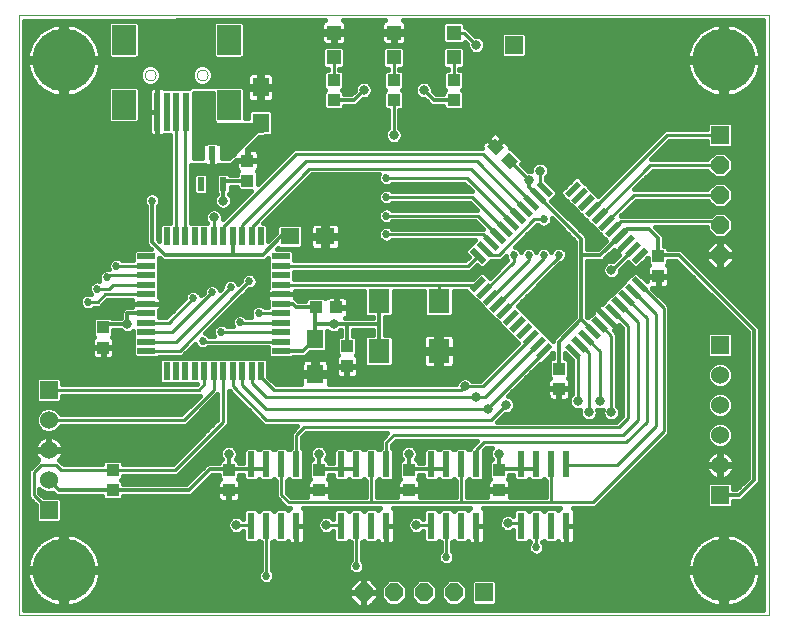
<source format=gtl>
G75*
G70*
%OFA0B0*%
%FSLAX24Y24*%
%IPPOS*%
%LPD*%
%AMOC8*
5,1,8,0,0,1.08239X$1,22.5*
%
%ADD10C,0.0000*%
%ADD11R,0.0236X0.0866*%
%ADD12R,0.0600X0.0600*%
%ADD13OC8,0.0600*%
%ADD14R,0.0394X0.0433*%
%ADD15R,0.0551X0.0630*%
%ADD16R,0.0709X0.0787*%
%ADD17C,0.2100*%
%ADD18C,0.0600*%
%ADD19R,0.0433X0.0394*%
%ADD20R,0.0472X0.0472*%
%ADD21R,0.0591X0.0197*%
%ADD22R,0.0197X0.0591*%
%ADD23R,0.0591X0.0217*%
%ADD24R,0.0217X0.0591*%
%ADD25R,0.0630X0.0551*%
%ADD26R,0.0787X0.0984*%
%ADD27R,0.0197X0.1299*%
%ADD28R,0.0217X0.0472*%
%ADD29C,0.0160*%
%ADD30C,0.0270*%
%ADD31C,0.0320*%
%ADD32C,0.0100*%
%ADD33C,0.0120*%
D10*
X002117Y007448D02*
X002117Y027444D01*
X027117Y027448D01*
X027117Y007448D01*
X002117Y007448D01*
X006323Y025448D02*
X006325Y025474D01*
X006331Y025500D01*
X006341Y025525D01*
X006354Y025548D01*
X006370Y025568D01*
X006390Y025586D01*
X006412Y025601D01*
X006435Y025613D01*
X006461Y025621D01*
X006487Y025625D01*
X006513Y025625D01*
X006539Y025621D01*
X006565Y025613D01*
X006589Y025601D01*
X006610Y025586D01*
X006630Y025568D01*
X006646Y025548D01*
X006659Y025525D01*
X006669Y025500D01*
X006675Y025474D01*
X006677Y025448D01*
X006675Y025422D01*
X006669Y025396D01*
X006659Y025371D01*
X006646Y025348D01*
X006630Y025328D01*
X006610Y025310D01*
X006588Y025295D01*
X006565Y025283D01*
X006539Y025275D01*
X006513Y025271D01*
X006487Y025271D01*
X006461Y025275D01*
X006435Y025283D01*
X006411Y025295D01*
X006390Y025310D01*
X006370Y025328D01*
X006354Y025348D01*
X006341Y025371D01*
X006331Y025396D01*
X006325Y025422D01*
X006323Y025448D01*
X008056Y025448D02*
X008058Y025474D01*
X008064Y025500D01*
X008074Y025525D01*
X008087Y025548D01*
X008103Y025568D01*
X008123Y025586D01*
X008145Y025601D01*
X008168Y025613D01*
X008194Y025621D01*
X008220Y025625D01*
X008246Y025625D01*
X008272Y025621D01*
X008298Y025613D01*
X008322Y025601D01*
X008343Y025586D01*
X008363Y025568D01*
X008379Y025548D01*
X008392Y025525D01*
X008402Y025500D01*
X008408Y025474D01*
X008410Y025448D01*
X008408Y025422D01*
X008402Y025396D01*
X008392Y025371D01*
X008379Y025348D01*
X008363Y025328D01*
X008343Y025310D01*
X008321Y025295D01*
X008298Y025283D01*
X008272Y025275D01*
X008246Y025271D01*
X008220Y025271D01*
X008194Y025275D01*
X008168Y025283D01*
X008144Y025295D01*
X008123Y025310D01*
X008103Y025328D01*
X008087Y025348D01*
X008074Y025371D01*
X008064Y025396D01*
X008058Y025422D01*
X008056Y025448D01*
D11*
X009867Y012472D03*
X010367Y012472D03*
X010867Y012472D03*
X011367Y012472D03*
X012867Y012472D03*
X013367Y012472D03*
X013867Y012472D03*
X014367Y012472D03*
X015867Y012472D03*
X016367Y012472D03*
X016867Y012472D03*
X017367Y012472D03*
X018867Y012472D03*
X019367Y012472D03*
X019867Y012472D03*
X020367Y012472D03*
X020367Y010425D03*
X019867Y010425D03*
X019367Y010425D03*
X018867Y010425D03*
X017367Y010425D03*
X016867Y010425D03*
X016367Y010425D03*
X015867Y010425D03*
X014367Y010425D03*
X013867Y010425D03*
X013367Y010425D03*
X012867Y010425D03*
X011367Y010425D03*
X010867Y010425D03*
X010367Y010425D03*
X009867Y010425D03*
D12*
X003117Y010948D03*
X003117Y014948D03*
X017617Y008198D03*
X025492Y011448D03*
X025492Y016448D03*
X025492Y023448D03*
X018617Y026448D03*
D13*
X025492Y022448D03*
X025492Y021448D03*
X025492Y020448D03*
X025492Y019448D03*
X016617Y008198D03*
X015617Y008198D03*
X014617Y008198D03*
X013617Y008198D03*
D14*
X015117Y011614D03*
X015117Y012283D03*
X018117Y012283D03*
X018117Y011614D03*
X020117Y014989D03*
X020117Y015658D03*
X023429Y018739D03*
X023429Y019408D03*
X013054Y016408D03*
X013054Y015739D03*
X012117Y012283D03*
X012117Y011614D03*
X009117Y011614D03*
X009117Y012283D03*
X004929Y016364D03*
X004929Y017033D03*
X009741Y021926D03*
X009741Y022595D03*
D15*
X010179Y023858D03*
X010179Y025039D03*
X011992Y016664D03*
X011992Y015483D03*
D16*
X014117Y016246D03*
X014117Y017900D03*
X016117Y017900D03*
X016117Y016246D03*
D17*
X025617Y008948D03*
X025617Y025948D03*
X003617Y025948D03*
X003617Y008948D03*
D18*
X003117Y011948D03*
X003117Y012948D03*
X003117Y013948D03*
X025492Y013448D03*
X025492Y014448D03*
X025492Y015448D03*
X025492Y012448D03*
D19*
G36*
X018491Y022295D02*
X018186Y022600D01*
X018465Y022879D01*
X018770Y022574D01*
X018491Y022295D01*
G37*
G36*
X018018Y022768D02*
X017713Y023073D01*
X017992Y023352D01*
X018297Y023047D01*
X018018Y022768D01*
G37*
X016617Y024614D03*
X016617Y025283D03*
X014617Y025283D03*
X014617Y024614D03*
X012617Y024614D03*
X012617Y025283D03*
X012701Y017698D03*
X012032Y017698D03*
X005242Y012283D03*
X005242Y011614D03*
D20*
X012617Y026035D03*
X012617Y026862D03*
X014617Y026862D03*
X014617Y026035D03*
X016617Y026035D03*
X016617Y026862D03*
D21*
G36*
X020867Y021788D02*
X020451Y021372D01*
X020313Y021510D01*
X020729Y021926D01*
X020867Y021788D01*
G37*
G36*
X021089Y021565D02*
X020673Y021149D01*
X020535Y021287D01*
X020951Y021703D01*
X021089Y021565D01*
G37*
G36*
X021312Y021342D02*
X020896Y020926D01*
X020758Y021064D01*
X021174Y021480D01*
X021312Y021342D01*
G37*
G36*
X021535Y021119D02*
X021119Y020703D01*
X020981Y020841D01*
X021397Y021257D01*
X021535Y021119D01*
G37*
G36*
X021758Y020897D02*
X021342Y020481D01*
X021204Y020619D01*
X021620Y021035D01*
X021758Y020897D01*
G37*
G36*
X021980Y020674D02*
X021564Y020258D01*
X021426Y020396D01*
X021842Y020812D01*
X021980Y020674D01*
G37*
G36*
X022203Y020451D02*
X021787Y020035D01*
X021649Y020173D01*
X022065Y020589D01*
X022203Y020451D01*
G37*
G36*
X022426Y020229D02*
X022010Y019813D01*
X021872Y019951D01*
X022288Y020367D01*
X022426Y020229D01*
G37*
G36*
X022648Y020006D02*
X022232Y019590D01*
X022094Y019728D01*
X022510Y020144D01*
X022648Y020006D01*
G37*
G36*
X022871Y019783D02*
X022455Y019367D01*
X022317Y019505D01*
X022733Y019921D01*
X022871Y019783D01*
G37*
G36*
X023094Y019560D02*
X022678Y019144D01*
X022540Y019282D01*
X022956Y019698D01*
X023094Y019560D01*
G37*
G36*
X019920Y016387D02*
X019504Y015971D01*
X019366Y016109D01*
X019782Y016525D01*
X019920Y016387D01*
G37*
G36*
X019698Y016610D02*
X019282Y016194D01*
X019144Y016332D01*
X019560Y016748D01*
X019698Y016610D01*
G37*
G36*
X019475Y016832D02*
X019059Y016416D01*
X018921Y016554D01*
X019337Y016970D01*
X019475Y016832D01*
G37*
G36*
X019252Y017055D02*
X018836Y016639D01*
X018698Y016777D01*
X019114Y017193D01*
X019252Y017055D01*
G37*
G36*
X019029Y017278D02*
X018613Y016862D01*
X018475Y017000D01*
X018891Y017416D01*
X019029Y017278D01*
G37*
G36*
X018807Y017500D02*
X018391Y017084D01*
X018253Y017222D01*
X018669Y017638D01*
X018807Y017500D01*
G37*
G36*
X018584Y017723D02*
X018168Y017307D01*
X018030Y017445D01*
X018446Y017861D01*
X018584Y017723D01*
G37*
G36*
X018361Y017946D02*
X017945Y017530D01*
X017807Y017668D01*
X018223Y018084D01*
X018361Y017946D01*
G37*
G36*
X018139Y018168D02*
X017723Y017752D01*
X017585Y017890D01*
X018001Y018306D01*
X018139Y018168D01*
G37*
G36*
X017916Y018391D02*
X017500Y017975D01*
X017362Y018113D01*
X017778Y018529D01*
X017916Y018391D01*
G37*
G36*
X017693Y018614D02*
X017277Y018198D01*
X017139Y018336D01*
X017555Y018752D01*
X017693Y018614D01*
G37*
D22*
G36*
X017693Y019282D02*
X017555Y019144D01*
X017139Y019560D01*
X017277Y019698D01*
X017693Y019282D01*
G37*
G36*
X017916Y019505D02*
X017778Y019367D01*
X017362Y019783D01*
X017500Y019921D01*
X017916Y019505D01*
G37*
G36*
X018139Y019728D02*
X018001Y019590D01*
X017585Y020006D01*
X017723Y020144D01*
X018139Y019728D01*
G37*
G36*
X018361Y019951D02*
X018223Y019813D01*
X017807Y020229D01*
X017945Y020367D01*
X018361Y019951D01*
G37*
G36*
X018584Y020173D02*
X018446Y020035D01*
X018030Y020451D01*
X018168Y020589D01*
X018584Y020173D01*
G37*
G36*
X018807Y020396D02*
X018669Y020258D01*
X018253Y020674D01*
X018391Y020812D01*
X018807Y020396D01*
G37*
G36*
X019029Y020619D02*
X018891Y020481D01*
X018475Y020897D01*
X018613Y021035D01*
X019029Y020619D01*
G37*
G36*
X019252Y020841D02*
X019114Y020703D01*
X018698Y021119D01*
X018836Y021257D01*
X019252Y020841D01*
G37*
G36*
X019475Y021064D02*
X019337Y020926D01*
X018921Y021342D01*
X019059Y021480D01*
X019475Y021064D01*
G37*
G36*
X019698Y021287D02*
X019560Y021149D01*
X019144Y021565D01*
X019282Y021703D01*
X019698Y021287D01*
G37*
G36*
X019920Y021510D02*
X019782Y021372D01*
X019366Y021788D01*
X019504Y021926D01*
X019920Y021510D01*
G37*
G36*
X023094Y018336D02*
X022956Y018198D01*
X022540Y018614D01*
X022678Y018752D01*
X023094Y018336D01*
G37*
G36*
X022871Y018113D02*
X022733Y017975D01*
X022317Y018391D01*
X022455Y018529D01*
X022871Y018113D01*
G37*
G36*
X022648Y017890D02*
X022510Y017752D01*
X022094Y018168D01*
X022232Y018306D01*
X022648Y017890D01*
G37*
G36*
X022426Y017668D02*
X022288Y017530D01*
X021872Y017946D01*
X022010Y018084D01*
X022426Y017668D01*
G37*
G36*
X022203Y017445D02*
X022065Y017307D01*
X021649Y017723D01*
X021787Y017861D01*
X022203Y017445D01*
G37*
G36*
X021980Y017222D02*
X021842Y017084D01*
X021426Y017500D01*
X021564Y017638D01*
X021980Y017222D01*
G37*
G36*
X021758Y017000D02*
X021620Y016862D01*
X021204Y017278D01*
X021342Y017416D01*
X021758Y017000D01*
G37*
G36*
X021535Y016777D02*
X021397Y016639D01*
X020981Y017055D01*
X021119Y017193D01*
X021535Y016777D01*
G37*
G36*
X021312Y016554D02*
X021174Y016416D01*
X020758Y016832D01*
X020896Y016970D01*
X021312Y016554D01*
G37*
G36*
X021089Y016332D02*
X020951Y016194D01*
X020535Y016610D01*
X020673Y016748D01*
X021089Y016332D01*
G37*
G36*
X020867Y016109D02*
X020729Y015971D01*
X020313Y016387D01*
X020451Y016525D01*
X020867Y016109D01*
G37*
D23*
X010861Y016248D03*
X010861Y016563D03*
X010861Y016878D03*
X010861Y017193D03*
X010861Y017508D03*
X010861Y017823D03*
X010861Y018138D03*
X010861Y018453D03*
X010861Y018768D03*
X010861Y019083D03*
X010861Y019398D03*
X006372Y019398D03*
X006372Y019083D03*
X006372Y018768D03*
X006372Y018453D03*
X006372Y018138D03*
X006372Y017823D03*
X006372Y017508D03*
X006372Y017193D03*
X006372Y016878D03*
X006372Y016563D03*
X006372Y016248D03*
D24*
X007042Y015579D03*
X007357Y015579D03*
X007672Y015579D03*
X007987Y015579D03*
X008302Y015579D03*
X008617Y015579D03*
X008931Y015579D03*
X009246Y015579D03*
X009561Y015579D03*
X009876Y015579D03*
X010191Y015579D03*
X010191Y020067D03*
X009876Y020067D03*
X009561Y020067D03*
X009246Y020067D03*
X008931Y020067D03*
X008617Y020067D03*
X008302Y020067D03*
X007987Y020067D03*
X007672Y020067D03*
X007357Y020067D03*
X007042Y020067D03*
D25*
X011151Y020073D03*
X012332Y020073D03*
D26*
X009119Y024464D03*
X009119Y026629D03*
X005615Y026629D03*
X005615Y024464D03*
D27*
X006737Y024228D03*
X007052Y024228D03*
X007367Y024228D03*
X007681Y024228D03*
X007996Y024228D03*
D28*
X008180Y022835D03*
X008554Y022835D03*
X008928Y022835D03*
X008928Y021811D03*
X008180Y021811D03*
D29*
X007932Y021876D02*
X007862Y021876D01*
X007862Y022034D02*
X007932Y022034D01*
X007932Y022106D02*
X007932Y021517D01*
X008014Y021435D01*
X008346Y021435D01*
X008428Y021517D01*
X008428Y022106D01*
X008346Y022188D01*
X008014Y022188D01*
X007932Y022106D01*
X007862Y022193D02*
X009405Y022193D01*
X009405Y022201D02*
X009405Y022126D01*
X009156Y022126D01*
X009094Y022188D01*
X008762Y022188D01*
X008680Y022106D01*
X008680Y021517D01*
X008721Y021476D01*
X008675Y021431D01*
X008629Y021320D01*
X008629Y021201D01*
X008675Y021091D01*
X008759Y021006D01*
X008869Y020961D01*
X008989Y020961D01*
X009099Y021006D01*
X009183Y021091D01*
X009229Y021201D01*
X009229Y021320D01*
X009183Y021431D01*
X009137Y021477D01*
X009176Y021517D01*
X009176Y021726D01*
X009405Y021726D01*
X009405Y021651D01*
X009487Y021570D01*
X009844Y021570D01*
X008916Y020642D01*
X008916Y020758D01*
X008871Y020868D01*
X008786Y020952D01*
X008676Y020998D01*
X008557Y020998D01*
X008447Y020952D01*
X008362Y020868D01*
X008317Y020758D01*
X008317Y020638D01*
X008362Y020528D01*
X008388Y020503D01*
X008153Y020503D01*
X007862Y020503D01*
X007862Y022446D01*
X008008Y022446D01*
X008320Y022446D01*
X008332Y022458D01*
X008335Y022455D01*
X008376Y022431D01*
X008422Y022419D01*
X008554Y022419D01*
X008686Y022419D01*
X008732Y022431D01*
X008773Y022455D01*
X008776Y022458D01*
X008788Y022446D01*
X008945Y022446D01*
X009038Y022446D01*
X009038Y022446D01*
X009116Y022446D01*
X009195Y022446D01*
X009306Y022557D01*
X009354Y022604D01*
X009365Y022615D01*
X009365Y022614D01*
X009723Y022614D01*
X009723Y022973D01*
X010133Y023383D01*
X010320Y023383D01*
X010340Y023403D01*
X010513Y023403D01*
X010595Y023485D01*
X010595Y024231D01*
X010513Y024313D01*
X009845Y024313D01*
X009763Y024231D01*
X009763Y024013D01*
X009652Y024013D01*
X009652Y025014D01*
X009570Y025096D01*
X008667Y025096D01*
X008646Y025076D01*
X008600Y025076D01*
X007850Y025076D01*
X007792Y025017D01*
X007525Y025017D01*
X007524Y025016D01*
X007523Y025017D01*
X007210Y025017D01*
X007209Y025016D01*
X007208Y025017D01*
X006950Y025017D01*
X006946Y025021D01*
X006904Y025045D01*
X006859Y025057D01*
X006737Y025057D01*
X006737Y024228D01*
X006736Y024228D01*
X006736Y024227D01*
X006737Y024227D01*
X006737Y023398D01*
X006859Y023398D01*
X006904Y023410D01*
X006946Y023434D01*
X006950Y023438D01*
X007167Y023438D01*
X007167Y020503D01*
X006875Y020503D01*
X006793Y020421D01*
X006793Y019929D01*
X006754Y019969D01*
X006754Y021072D01*
X006787Y021105D01*
X006829Y021206D01*
X006829Y021315D01*
X006787Y021416D01*
X006710Y021494D01*
X006609Y021536D01*
X006499Y021536D01*
X006398Y021494D01*
X006321Y021416D01*
X006279Y021315D01*
X006279Y021206D01*
X006321Y021105D01*
X006354Y021072D01*
X006354Y019803D01*
X006471Y019686D01*
X006511Y019646D01*
X006019Y019646D01*
X005937Y019564D01*
X005937Y019273D01*
X005556Y019273D01*
X005522Y019306D01*
X005421Y019348D01*
X005312Y019348D01*
X005211Y019306D01*
X005133Y019229D01*
X005092Y019128D01*
X005092Y019018D01*
X005111Y018972D01*
X005109Y018973D01*
X004999Y018973D01*
X004898Y018931D01*
X004821Y018854D01*
X004779Y018753D01*
X004779Y018643D01*
X004798Y018597D01*
X004796Y018598D01*
X004687Y018598D01*
X004586Y018556D01*
X004508Y018479D01*
X004466Y018378D01*
X004466Y018268D01*
X004508Y018167D01*
X004537Y018138D01*
X004484Y018161D01*
X004374Y018161D01*
X004273Y018119D01*
X004196Y018041D01*
X004154Y017940D01*
X004154Y017831D01*
X004196Y017730D01*
X004273Y017653D01*
X004374Y017611D01*
X004484Y017611D01*
X004585Y017653D01*
X004628Y017696D01*
X004820Y017696D01*
X004931Y017807D01*
X005073Y017948D01*
X005897Y017948D01*
X005897Y017823D01*
X005897Y017708D01*
X005661Y017708D01*
X005659Y017708D01*
X005541Y017591D01*
X005541Y017425D01*
X005541Y017360D01*
X005517Y017336D01*
X005238Y017336D01*
X005184Y017389D01*
X004674Y017389D01*
X004592Y017307D01*
X004592Y016758D01*
X004625Y016726D01*
X004622Y016724D01*
X004588Y016691D01*
X004564Y016650D01*
X004552Y016604D01*
X004552Y016382D01*
X004910Y016382D01*
X004910Y016345D01*
X004552Y016345D01*
X004552Y016123D01*
X004564Y016078D01*
X004588Y016036D01*
X004622Y016003D01*
X004663Y015979D01*
X004708Y015967D01*
X004911Y015967D01*
X004911Y016345D01*
X004947Y016345D01*
X004947Y015967D01*
X005150Y015967D01*
X005195Y015979D01*
X005236Y016003D01*
X005270Y016036D01*
X005294Y016078D01*
X005306Y016123D01*
X005306Y016345D01*
X004948Y016345D01*
X004948Y016382D01*
X005306Y016382D01*
X005306Y016604D01*
X005294Y016650D01*
X005270Y016691D01*
X005236Y016724D01*
X005233Y016726D01*
X005266Y016758D01*
X005266Y016936D01*
X005517Y016936D01*
X005572Y016881D01*
X005682Y016836D01*
X005801Y016836D01*
X005911Y016881D01*
X005937Y016907D01*
X005937Y016712D01*
X005937Y016397D01*
X005937Y016082D01*
X006019Y016000D01*
X006726Y016000D01*
X006784Y016058D01*
X007401Y016058D01*
X007558Y016058D01*
X007982Y016482D01*
X008008Y016417D01*
X008086Y016340D01*
X008187Y016298D01*
X008296Y016298D01*
X008397Y016340D01*
X008431Y016373D01*
X010425Y016373D01*
X010425Y016082D01*
X010507Y016000D01*
X011214Y016000D01*
X011262Y016048D01*
X011493Y016048D01*
X011659Y016048D01*
X011819Y016209D01*
X012325Y016209D01*
X012407Y016291D01*
X012407Y016921D01*
X012447Y016881D01*
X012557Y016836D01*
X012676Y016836D01*
X012786Y016881D01*
X012841Y016936D01*
X012854Y016936D01*
X012854Y016764D01*
X012799Y016764D01*
X012717Y016682D01*
X012717Y016133D01*
X012750Y016101D01*
X012747Y016099D01*
X012713Y016066D01*
X012689Y016024D01*
X012677Y015979D01*
X012677Y015757D01*
X013035Y015757D01*
X013035Y015720D01*
X012677Y015720D01*
X012677Y015498D01*
X012689Y015452D01*
X012713Y015411D01*
X012747Y015378D01*
X012788Y015354D01*
X012833Y015342D01*
X013036Y015342D01*
X013036Y015720D01*
X013072Y015720D01*
X013072Y015342D01*
X013275Y015342D01*
X013320Y015354D01*
X013361Y015378D01*
X013395Y015411D01*
X013419Y015452D01*
X013431Y015498D01*
X013431Y015720D01*
X013073Y015720D01*
X013073Y015757D01*
X013431Y015757D01*
X013431Y015979D01*
X013419Y016024D01*
X013395Y016066D01*
X013361Y016099D01*
X013358Y016101D01*
X013391Y016133D01*
X013391Y016682D01*
X013309Y016764D01*
X013254Y016764D01*
X013254Y016936D01*
X013917Y016936D01*
X013917Y016780D01*
X013704Y016780D01*
X013622Y016698D01*
X013622Y015795D01*
X013704Y015713D01*
X014529Y015713D01*
X014611Y015795D01*
X014611Y016698D01*
X014529Y016780D01*
X014316Y016780D01*
X014316Y017053D01*
X014316Y017219D01*
X014316Y017366D01*
X014529Y017366D01*
X014611Y017448D01*
X014611Y018263D01*
X015622Y018263D01*
X015622Y017448D01*
X015704Y017366D01*
X016529Y017366D01*
X016611Y017448D01*
X016611Y018263D01*
X017012Y018263D01*
X017219Y018057D01*
X017220Y018057D01*
X017220Y018055D01*
X017442Y017834D01*
X017443Y017834D01*
X017443Y017832D01*
X017664Y017611D01*
X017666Y017611D01*
X017666Y017610D01*
X017887Y017388D01*
X017889Y017388D01*
X017889Y017387D01*
X018110Y017166D01*
X018111Y017166D01*
X018111Y017164D01*
X018332Y016943D01*
X018334Y016943D01*
X018334Y016941D01*
X018555Y016720D01*
X018557Y016720D01*
X018557Y016719D01*
X018756Y016520D01*
X017499Y015263D01*
X017226Y015263D01*
X017161Y015327D01*
X017051Y015373D01*
X016932Y015373D01*
X016822Y015327D01*
X016737Y015243D01*
X016694Y015138D01*
X012446Y015138D01*
X012447Y015144D01*
X012447Y015425D01*
X012050Y015425D01*
X012050Y015540D01*
X012447Y015540D01*
X012447Y015821D01*
X012435Y015867D01*
X012411Y015908D01*
X012378Y015942D01*
X012337Y015965D01*
X012291Y015978D01*
X012049Y015978D01*
X012049Y015541D01*
X011934Y015541D01*
X011934Y015978D01*
X011692Y015978D01*
X011646Y015965D01*
X011605Y015942D01*
X011572Y015908D01*
X011548Y015867D01*
X011536Y015821D01*
X011536Y015540D01*
X011933Y015540D01*
X011933Y015425D01*
X011536Y015425D01*
X011536Y015144D01*
X011538Y015138D01*
X010695Y015138D01*
X010440Y015394D01*
X010440Y015932D01*
X010358Y016014D01*
X010025Y016014D01*
X009710Y016014D01*
X009395Y016014D01*
X009080Y016014D01*
X008765Y016014D01*
X008468Y016014D01*
X008135Y016014D01*
X007820Y016014D01*
X007505Y016014D01*
X007190Y016014D01*
X006875Y016014D01*
X006793Y015932D01*
X006793Y015226D01*
X006875Y015144D01*
X007190Y015144D01*
X007505Y015144D01*
X007820Y015144D01*
X008044Y015144D01*
X008038Y015138D01*
X003556Y015138D01*
X003556Y015306D01*
X003475Y015388D01*
X002759Y015388D01*
X002677Y015306D01*
X002677Y014590D01*
X002759Y014508D01*
X003475Y014508D01*
X003556Y014590D01*
X003556Y014758D01*
X008038Y014758D01*
X008158Y014758D01*
X007538Y014138D01*
X003514Y014138D01*
X003490Y014197D01*
X003366Y014321D01*
X003204Y014388D01*
X003029Y014388D01*
X002867Y014321D01*
X002744Y014197D01*
X002677Y014036D01*
X002677Y013861D01*
X002744Y013699D01*
X002867Y013575D01*
X003029Y013508D01*
X003204Y013508D01*
X003366Y013575D01*
X003490Y013699D01*
X003514Y013758D01*
X007538Y013758D01*
X007695Y013758D01*
X008741Y014804D01*
X008741Y013967D01*
X007663Y012888D01*
X007364Y012589D01*
X007247Y012473D01*
X005598Y012473D01*
X005598Y012538D01*
X005516Y012620D01*
X004967Y012620D01*
X004885Y012538D01*
X004885Y012473D01*
X003611Y012473D01*
X003556Y012527D01*
X003465Y012618D01*
X003483Y012635D01*
X003527Y012697D01*
X003561Y012764D01*
X003585Y012836D01*
X003596Y012910D01*
X003596Y012928D01*
X003137Y012928D01*
X003137Y012968D01*
X003596Y012968D01*
X003596Y012986D01*
X003585Y013061D01*
X003561Y013132D01*
X003527Y013200D01*
X003483Y013261D01*
X003429Y013314D01*
X008089Y013314D01*
X007930Y013156D02*
X003549Y013156D01*
X003595Y012997D02*
X007772Y012997D01*
X007613Y012839D02*
X003585Y012839D01*
X003515Y012680D02*
X007455Y012680D01*
X007296Y012522D02*
X005598Y012522D01*
X005598Y012093D02*
X007247Y012093D01*
X007405Y012093D01*
X007633Y012321D01*
X007931Y012619D01*
X009121Y013809D01*
X009121Y013967D01*
X009121Y014925D01*
X010288Y013758D01*
X010445Y013758D01*
X011408Y013758D01*
X011288Y013638D01*
X011177Y013527D01*
X011177Y013031D01*
X011116Y012971D01*
X011043Y013045D01*
X010690Y013045D01*
X010616Y012971D01*
X010543Y013045D01*
X010190Y013045D01*
X010117Y012971D01*
X010043Y013045D01*
X009690Y013045D01*
X009608Y012963D01*
X009608Y012523D01*
X009453Y012523D01*
X009453Y012557D01*
X009371Y012639D01*
X009357Y012639D01*
X009371Y012653D01*
X009416Y012763D01*
X009416Y012883D01*
X009371Y012993D01*
X009286Y013077D01*
X009176Y013123D01*
X009057Y013123D01*
X008947Y013077D01*
X008862Y012993D01*
X008817Y012883D01*
X008817Y012763D01*
X008862Y012653D01*
X008876Y012639D01*
X008862Y012639D01*
X008780Y012557D01*
X008780Y012523D01*
X008409Y012523D01*
X008292Y012406D01*
X007699Y011814D01*
X005598Y011814D01*
X005598Y011868D01*
X005518Y011948D01*
X005598Y012028D01*
X005598Y012093D01*
X005598Y012046D02*
X007931Y012046D01*
X007773Y011887D02*
X005579Y011887D01*
X005598Y011414D02*
X007699Y011414D01*
X007865Y011414D01*
X008574Y012123D01*
X008780Y012123D01*
X008780Y012008D01*
X008812Y011976D01*
X008809Y011974D01*
X008776Y011941D01*
X008752Y011900D01*
X008740Y011854D01*
X008740Y011632D01*
X009098Y011632D01*
X009098Y011595D01*
X009135Y011595D01*
X009135Y011217D01*
X009337Y011217D01*
X009383Y011229D01*
X009424Y011253D01*
X009457Y011286D01*
X009481Y011328D01*
X009493Y011373D01*
X009493Y011595D01*
X009135Y011595D01*
X009135Y011632D01*
X009493Y011632D01*
X009493Y011854D01*
X009481Y011900D01*
X009457Y011941D01*
X009424Y011974D01*
X009421Y011976D01*
X009453Y012008D01*
X009453Y012123D01*
X009608Y012123D01*
X009608Y011981D01*
X009690Y011899D01*
X010043Y011899D01*
X010117Y011973D01*
X010190Y011899D01*
X010543Y011899D01*
X010616Y011973D01*
X010677Y011913D01*
X010677Y011527D01*
X010677Y011369D01*
X010927Y011119D01*
X011038Y011008D01*
X011149Y011008D01*
X011138Y011002D01*
X011104Y010968D01*
X011093Y010948D01*
X011043Y010998D01*
X010690Y010998D01*
X010616Y010924D01*
X010543Y010998D01*
X010190Y010998D01*
X010117Y010924D01*
X010043Y010998D01*
X009690Y010998D01*
X009608Y010916D01*
X009608Y010638D01*
X009601Y010638D01*
X009536Y010702D01*
X009426Y010748D01*
X009307Y010748D01*
X009197Y010702D01*
X009112Y010618D01*
X009067Y010508D01*
X009067Y010388D01*
X009112Y010278D01*
X009197Y010194D01*
X009307Y010148D01*
X009426Y010148D01*
X009536Y010194D01*
X009601Y010258D01*
X009608Y010258D01*
X009608Y009933D01*
X009690Y009851D01*
X010043Y009851D01*
X010117Y009925D01*
X010177Y009865D01*
X010177Y008960D01*
X010133Y008916D01*
X010092Y008815D01*
X010092Y008706D01*
X010133Y008605D01*
X010211Y008528D01*
X010312Y008486D01*
X010421Y008486D01*
X010522Y008528D01*
X010600Y008605D01*
X010641Y008706D01*
X010641Y008815D01*
X010600Y008916D01*
X010556Y008960D01*
X010556Y009865D01*
X010616Y009925D01*
X010690Y009851D01*
X011043Y009851D01*
X011093Y009901D01*
X011104Y009881D01*
X011138Y009847D01*
X011179Y009824D01*
X011225Y009811D01*
X011366Y009811D01*
X011366Y010424D01*
X011367Y010424D01*
X011367Y010425D01*
X011665Y010425D01*
X011665Y010881D01*
X011652Y010927D01*
X011629Y010968D01*
X011595Y011002D01*
X011584Y011008D01*
X013788Y011008D01*
X014149Y011008D01*
X014138Y011002D01*
X014104Y010968D01*
X014093Y010948D01*
X014043Y010998D01*
X013690Y010998D01*
X013616Y010924D01*
X013543Y010998D01*
X013190Y010998D01*
X013117Y010924D01*
X013043Y010998D01*
X012690Y010998D01*
X012608Y010916D01*
X012608Y010638D01*
X012601Y010638D01*
X012536Y010702D01*
X012426Y010748D01*
X012307Y010748D01*
X012197Y010702D01*
X012112Y010618D01*
X012067Y010508D01*
X012067Y010388D01*
X012112Y010278D01*
X012197Y010194D01*
X012307Y010148D01*
X012426Y010148D01*
X012536Y010194D01*
X012601Y010258D01*
X012608Y010258D01*
X012608Y009933D01*
X012690Y009851D01*
X013043Y009851D01*
X013117Y009925D01*
X013177Y009865D01*
X013177Y009272D01*
X013133Y009229D01*
X013092Y009128D01*
X013092Y009018D01*
X013133Y008917D01*
X013211Y008840D01*
X013312Y008798D01*
X013421Y008798D01*
X013522Y008840D01*
X013600Y008917D01*
X013641Y009018D01*
X013641Y009128D01*
X013600Y009229D01*
X013556Y009272D01*
X013556Y009865D01*
X013616Y009925D01*
X013690Y009851D01*
X014043Y009851D01*
X014093Y009901D01*
X014104Y009881D01*
X014138Y009847D01*
X014179Y009824D01*
X014225Y009811D01*
X014366Y009811D01*
X014366Y010424D01*
X014367Y010424D01*
X014367Y010425D01*
X014665Y010425D01*
X014665Y010881D01*
X014652Y010927D01*
X014629Y010968D01*
X014595Y011002D01*
X014584Y011008D01*
X016945Y011008D01*
X017149Y011008D01*
X017138Y011002D01*
X017104Y010968D01*
X017093Y010948D01*
X017043Y010998D01*
X016690Y010998D01*
X016616Y010924D01*
X016543Y010998D01*
X016190Y010998D01*
X016117Y010924D01*
X016043Y010998D01*
X015690Y010998D01*
X015608Y010916D01*
X015608Y010638D01*
X015601Y010638D01*
X015536Y010702D01*
X015426Y010748D01*
X015307Y010748D01*
X015197Y010702D01*
X015112Y010618D01*
X015067Y010508D01*
X015067Y010388D01*
X015112Y010278D01*
X015197Y010194D01*
X015307Y010148D01*
X015426Y010148D01*
X015536Y010194D01*
X015601Y010258D01*
X015608Y010258D01*
X015608Y009933D01*
X015690Y009851D01*
X016043Y009851D01*
X016117Y009925D01*
X016177Y009865D01*
X016177Y009585D01*
X016133Y009541D01*
X016092Y009440D01*
X016092Y009331D01*
X016133Y009230D01*
X016211Y009153D01*
X016312Y009111D01*
X016421Y009111D01*
X016522Y009153D01*
X016600Y009230D01*
X016641Y009331D01*
X016641Y009440D01*
X016600Y009541D01*
X016556Y009585D01*
X016556Y009865D01*
X016616Y009925D01*
X016690Y009851D01*
X017043Y009851D01*
X017093Y009901D01*
X017104Y009881D01*
X017138Y009847D01*
X017179Y009824D01*
X017225Y009811D01*
X017366Y009811D01*
X017366Y010424D01*
X017367Y010424D01*
X017367Y010425D01*
X017665Y010425D01*
X017665Y010881D01*
X017652Y010927D01*
X017629Y010968D01*
X017595Y011002D01*
X017584Y011008D01*
X019788Y011008D01*
X020149Y011008D01*
X020138Y011002D01*
X020104Y010968D01*
X020093Y010948D01*
X020043Y010998D01*
X019690Y010998D01*
X019616Y010924D01*
X019543Y010998D01*
X019190Y010998D01*
X019117Y010924D01*
X019043Y010998D01*
X018690Y010998D01*
X018608Y010916D01*
X018608Y010755D01*
X018599Y010765D01*
X018489Y010811D01*
X018369Y010811D01*
X018259Y010765D01*
X018175Y010681D01*
X018129Y010570D01*
X018129Y010451D01*
X018175Y010341D01*
X018259Y010256D01*
X018369Y010211D01*
X018489Y010211D01*
X018599Y010256D01*
X018608Y010266D01*
X018608Y009933D01*
X018690Y009851D01*
X019043Y009851D01*
X019117Y009925D01*
X019161Y009881D01*
X019133Y009854D01*
X019092Y009753D01*
X019092Y009643D01*
X019133Y009542D01*
X019211Y009465D01*
X019312Y009423D01*
X019421Y009423D01*
X019522Y009465D01*
X019600Y009542D01*
X019641Y009643D01*
X019641Y009753D01*
X019600Y009854D01*
X019572Y009881D01*
X019616Y009925D01*
X019690Y009851D01*
X020043Y009851D01*
X020093Y009901D01*
X020104Y009881D01*
X020138Y009847D01*
X020179Y009824D01*
X020225Y009811D01*
X020366Y009811D01*
X020366Y010424D01*
X020367Y010424D01*
X020367Y010425D01*
X020665Y010425D01*
X020665Y010881D01*
X020652Y010927D01*
X020629Y010968D01*
X020595Y011002D01*
X020584Y011008D01*
X021320Y011008D01*
X021431Y011119D01*
X023806Y013494D01*
X023806Y013652D01*
X023806Y017754D01*
X023695Y017865D01*
X023235Y018325D01*
X023235Y018342D01*
X023411Y018342D01*
X023411Y018720D01*
X023447Y018720D01*
X023447Y018342D01*
X023650Y018342D01*
X023695Y018354D01*
X023736Y018378D01*
X023770Y018411D01*
X023794Y018453D01*
X023806Y018498D01*
X023806Y018720D01*
X023448Y018720D01*
X023448Y018757D01*
X023806Y018757D01*
X023806Y018979D01*
X023794Y019025D01*
X023770Y019066D01*
X023736Y019099D01*
X023733Y019101D01*
X023766Y019133D01*
X023766Y019248D01*
X024034Y019248D01*
X026417Y016865D01*
X026417Y012031D01*
X026034Y011648D01*
X025931Y011648D01*
X025931Y011806D01*
X025850Y011888D01*
X025134Y011888D01*
X025052Y011806D01*
X025052Y011090D01*
X025134Y011008D01*
X025850Y011008D01*
X025931Y011090D01*
X025931Y011248D01*
X026199Y011248D01*
X026316Y011365D01*
X026699Y011748D01*
X026816Y011865D01*
X026816Y016865D01*
X026816Y017031D01*
X024199Y019648D01*
X024034Y019648D01*
X023766Y019648D01*
X023766Y019682D01*
X023684Y019764D01*
X023629Y019764D01*
X023629Y019928D01*
X023629Y020094D01*
X023339Y020383D01*
X025052Y020383D01*
X025052Y020266D01*
X025309Y020008D01*
X025674Y020008D01*
X025931Y020266D01*
X025931Y020630D01*
X025674Y020888D01*
X025309Y020888D01*
X025184Y020763D01*
X022200Y020763D01*
X022695Y021258D01*
X025059Y021258D01*
X025309Y021008D01*
X025674Y021008D01*
X025931Y021266D01*
X025931Y021630D01*
X025674Y021888D01*
X025309Y021888D01*
X025059Y021638D01*
X022695Y021638D01*
X022630Y021638D01*
X023250Y022258D01*
X025059Y022258D01*
X025309Y022008D01*
X025674Y022008D01*
X025931Y022266D01*
X025931Y022630D01*
X025674Y022888D01*
X025309Y022888D01*
X025059Y022638D01*
X023250Y022638D01*
X023184Y022638D01*
X023804Y023258D01*
X025052Y023258D01*
X025052Y023090D01*
X025134Y023008D01*
X025850Y023008D01*
X025931Y023090D01*
X025931Y023806D01*
X025850Y023888D01*
X025134Y023888D01*
X025052Y023806D01*
X025052Y023638D01*
X023804Y023638D01*
X023647Y023638D01*
X021431Y021422D01*
X021232Y021621D01*
X021231Y021621D01*
X021231Y021623D01*
X021010Y021844D01*
X021008Y021844D01*
X021008Y021846D01*
X020787Y022067D01*
X020671Y022067D01*
X020171Y021567D01*
X020171Y021451D01*
X020393Y021230D01*
X020394Y021230D01*
X020394Y021229D01*
X020615Y021007D01*
X020617Y021007D01*
X020617Y021006D01*
X020838Y020785D01*
X020840Y020785D01*
X020840Y020783D01*
X021061Y020562D01*
X021062Y020562D01*
X021062Y020560D01*
X021283Y020339D01*
X021285Y020339D01*
X021285Y020338D01*
X021506Y020117D01*
X021508Y020117D01*
X021508Y020115D01*
X021700Y019923D01*
X021424Y019648D01*
X021066Y019648D01*
X021066Y020063D01*
X020949Y020180D01*
X019870Y021259D01*
X020062Y021451D01*
X020062Y021567D01*
X019681Y021947D01*
X019681Y022026D01*
X019746Y022091D01*
X019791Y022201D01*
X019791Y022320D01*
X019746Y022431D01*
X019661Y022515D01*
X019551Y022561D01*
X019432Y022561D01*
X019322Y022515D01*
X019237Y022431D01*
X019192Y022320D01*
X019192Y022242D01*
X019176Y022248D01*
X019099Y022248D01*
X018872Y022476D01*
X018910Y022515D01*
X018910Y022631D01*
X018522Y023019D01*
X018476Y023019D01*
X018477Y023022D01*
X018477Y023070D01*
X018465Y023115D01*
X018441Y023156D01*
X018284Y023313D01*
X018031Y023060D01*
X018005Y023086D01*
X018258Y023339D01*
X018101Y023496D01*
X018060Y023520D01*
X018015Y023532D01*
X017967Y023532D01*
X017921Y023520D01*
X017880Y023496D01*
X017738Y023353D01*
X018005Y023086D01*
X017979Y023060D01*
X017711Y023327D01*
X017569Y023184D01*
X017545Y023143D01*
X017533Y023097D01*
X017533Y023050D01*
X017543Y023013D01*
X011445Y023013D01*
X011288Y023013D01*
X010078Y021804D01*
X010078Y022201D01*
X010046Y022233D01*
X010049Y022235D01*
X010082Y022268D01*
X010106Y022309D01*
X010118Y022355D01*
X010118Y022577D01*
X009760Y022577D01*
X009760Y022614D01*
X009723Y022614D01*
X009723Y022577D01*
X009365Y022577D01*
X009365Y022355D01*
X009377Y022309D01*
X009401Y022268D01*
X009434Y022235D01*
X009437Y022233D01*
X009405Y022201D01*
X009366Y022351D02*
X007862Y022351D01*
X008428Y022034D02*
X008680Y022034D01*
X008680Y021876D02*
X008428Y021876D01*
X008428Y021717D02*
X008680Y021717D01*
X008680Y021559D02*
X008428Y021559D01*
X008662Y021400D02*
X007862Y021400D01*
X007862Y021241D02*
X008629Y021241D01*
X008683Y021083D02*
X007862Y021083D01*
X007862Y020924D02*
X008418Y020924D01*
X008320Y020766D02*
X007862Y020766D01*
X007862Y020607D02*
X008329Y020607D01*
X008815Y020924D02*
X009199Y020924D01*
X009175Y021083D02*
X009358Y021083D01*
X009229Y021241D02*
X009516Y021241D01*
X009675Y021400D02*
X009196Y021400D01*
X009176Y021559D02*
X009833Y021559D01*
X010078Y021876D02*
X010150Y021876D01*
X010078Y022034D02*
X010309Y022034D01*
X010467Y022193D02*
X010078Y022193D01*
X010117Y022351D02*
X010626Y022351D01*
X010784Y022510D02*
X010118Y022510D01*
X010118Y022614D02*
X010118Y022836D01*
X010106Y022881D01*
X010082Y022922D01*
X010049Y022956D01*
X010008Y022980D01*
X009962Y022992D01*
X009760Y022992D01*
X009760Y022614D01*
X010118Y022614D01*
X010118Y022668D02*
X010943Y022668D01*
X011102Y022827D02*
X010118Y022827D01*
X009986Y022985D02*
X011260Y022985D01*
X010571Y023461D02*
X014317Y023461D01*
X014317Y023508D02*
X014317Y023388D01*
X014362Y023278D01*
X014447Y023194D01*
X014557Y023148D01*
X014676Y023148D01*
X014786Y023194D01*
X014871Y023278D01*
X014916Y023388D01*
X014916Y023508D01*
X014871Y023618D01*
X014806Y023682D01*
X014806Y024277D01*
X014891Y024277D01*
X014973Y024359D01*
X014973Y024868D01*
X014893Y024948D01*
X014973Y025028D01*
X014973Y025538D01*
X014891Y025620D01*
X014806Y025620D01*
X014806Y025659D01*
X014911Y025659D01*
X014993Y025741D01*
X014993Y026329D01*
X014911Y026411D01*
X014322Y026411D01*
X014240Y026329D01*
X014240Y025741D01*
X014322Y025659D01*
X014427Y025659D01*
X014427Y025620D01*
X014342Y025620D01*
X014260Y025538D01*
X014260Y025028D01*
X014340Y024948D01*
X014260Y024868D01*
X014260Y024359D01*
X014342Y024277D01*
X014427Y024277D01*
X014427Y023682D01*
X014362Y023618D01*
X014317Y023508D01*
X014364Y023620D02*
X010595Y023620D01*
X010595Y023778D02*
X014427Y023778D01*
X014427Y023937D02*
X010595Y023937D01*
X010595Y024095D02*
X014427Y024095D01*
X014427Y024254D02*
X010571Y024254D01*
X010478Y024544D02*
X010237Y024544D01*
X010237Y024981D01*
X010237Y025097D01*
X010121Y025097D01*
X010121Y025534D01*
X009880Y025534D01*
X009834Y025521D01*
X009793Y025498D01*
X009759Y025464D01*
X009736Y025423D01*
X009723Y025377D01*
X009723Y025097D01*
X010121Y025097D01*
X010121Y024981D01*
X009723Y024981D01*
X009723Y024700D01*
X009736Y024654D01*
X009759Y024613D01*
X009793Y024580D01*
X009834Y024556D01*
X009880Y024544D01*
X010121Y024544D01*
X010121Y024981D01*
X010237Y024981D01*
X010635Y024981D01*
X010635Y024700D01*
X010622Y024654D01*
X010599Y024613D01*
X010565Y024580D01*
X010524Y024556D01*
X010478Y024544D01*
X010550Y024571D02*
X012260Y024571D01*
X012260Y024729D02*
X010635Y024729D01*
X010635Y024888D02*
X012280Y024888D01*
X012260Y024868D02*
X012260Y024359D01*
X012342Y024277D01*
X012891Y024277D01*
X012973Y024359D01*
X012973Y024414D01*
X013199Y024414D01*
X013365Y024414D01*
X013599Y024648D01*
X013676Y024648D01*
X013786Y024694D01*
X013871Y024778D01*
X013916Y024888D01*
X014280Y024888D01*
X014260Y025046D02*
X013901Y025046D01*
X013916Y025008D02*
X013871Y025118D01*
X013786Y025202D01*
X013676Y025248D01*
X013557Y025248D01*
X013447Y025202D01*
X013362Y025118D01*
X013317Y025008D01*
X013317Y024931D01*
X013199Y024814D01*
X012973Y024814D01*
X012973Y024868D01*
X012893Y024948D01*
X012973Y025028D01*
X012973Y025538D01*
X012891Y025620D01*
X012806Y025620D01*
X012806Y025659D01*
X012911Y025659D01*
X012993Y025741D01*
X012993Y026329D01*
X012911Y026411D01*
X012322Y026411D01*
X012240Y026329D01*
X012240Y025741D01*
X012322Y025659D01*
X012427Y025659D01*
X012427Y025620D01*
X012342Y025620D01*
X012260Y025538D01*
X012260Y025028D01*
X012340Y024948D01*
X012260Y024868D01*
X012260Y025046D02*
X010237Y025046D01*
X010237Y025097D02*
X010635Y025097D01*
X010635Y025377D01*
X010622Y025423D01*
X010599Y025464D01*
X010565Y025498D01*
X010524Y025521D01*
X010478Y025534D01*
X010237Y025534D01*
X010237Y025097D01*
X010237Y025205D02*
X010121Y025205D01*
X010121Y025046D02*
X009620Y025046D01*
X009652Y024888D02*
X009723Y024888D01*
X009723Y024729D02*
X009652Y024729D01*
X009652Y024571D02*
X009808Y024571D01*
X009652Y024412D02*
X012260Y024412D01*
X012973Y024412D02*
X014260Y024412D01*
X014260Y024571D02*
X013522Y024571D01*
X013822Y024729D02*
X014260Y024729D01*
X013916Y024888D02*
X013916Y025008D01*
X013780Y025205D02*
X014260Y025205D01*
X014260Y025364D02*
X012973Y025364D01*
X012973Y025522D02*
X014260Y025522D01*
X014300Y025681D02*
X012933Y025681D01*
X012993Y025839D02*
X014240Y025839D01*
X014240Y025998D02*
X012993Y025998D01*
X012993Y026156D02*
X014240Y026156D01*
X014240Y026315D02*
X012993Y026315D01*
X012922Y026458D02*
X012963Y026481D01*
X012997Y026515D01*
X013020Y026556D01*
X013033Y026602D01*
X013033Y026823D01*
X012655Y026823D01*
X012655Y026900D01*
X013033Y026900D01*
X013033Y027121D01*
X013020Y027167D01*
X012997Y027208D01*
X012963Y027242D01*
X012922Y027265D01*
X012920Y027266D01*
X014314Y027266D01*
X014311Y027265D01*
X014270Y027242D01*
X014236Y027208D01*
X014213Y027167D01*
X014200Y027121D01*
X014200Y026900D01*
X014578Y026900D01*
X014578Y026823D01*
X014200Y026823D01*
X014200Y026602D01*
X014213Y026556D01*
X014236Y026515D01*
X014270Y026481D01*
X014311Y026458D01*
X014357Y026445D01*
X014578Y026445D01*
X014578Y026823D01*
X014655Y026823D01*
X014655Y026900D01*
X015033Y026900D01*
X015033Y027121D01*
X015020Y027167D01*
X014997Y027208D01*
X014963Y027242D01*
X014922Y027265D01*
X014919Y027266D01*
X026937Y027268D01*
X026937Y007628D01*
X002296Y007628D01*
X002296Y027264D01*
X012312Y027266D01*
X012311Y027265D01*
X012270Y027242D01*
X012236Y027208D01*
X012213Y027167D01*
X012200Y027121D01*
X012200Y026900D01*
X012578Y026900D01*
X012578Y026823D01*
X012655Y026823D01*
X012655Y026445D01*
X012876Y026445D01*
X012922Y026458D01*
X012950Y026473D02*
X014283Y026473D01*
X014200Y026632D02*
X013033Y026632D01*
X013033Y026790D02*
X014200Y026790D01*
X014200Y026949D02*
X013033Y026949D01*
X013033Y027108D02*
X014200Y027108D01*
X014313Y027266D02*
X013756Y027266D01*
X014578Y026790D02*
X014655Y026790D01*
X014655Y026823D02*
X014655Y026445D01*
X014876Y026445D01*
X014922Y026458D01*
X014963Y026481D01*
X014997Y026515D01*
X015020Y026556D01*
X015033Y026602D01*
X015033Y026823D01*
X014655Y026823D01*
X014655Y026632D02*
X014578Y026632D01*
X014578Y026473D02*
X014655Y026473D01*
X014950Y026473D02*
X017067Y026473D01*
X017067Y026479D02*
X017067Y026388D01*
X017112Y026278D01*
X017197Y026194D01*
X017307Y026148D01*
X017426Y026148D01*
X017536Y026194D01*
X017621Y026278D01*
X017666Y026388D01*
X017666Y026508D01*
X017621Y026618D01*
X017536Y026702D01*
X017426Y026748D01*
X017335Y026748D01*
X017032Y027052D01*
X016993Y027052D01*
X016993Y027156D01*
X016911Y027238D01*
X016322Y027238D01*
X016240Y027156D01*
X016240Y026567D01*
X016322Y026485D01*
X016911Y026485D01*
X016986Y026560D01*
X017067Y026479D01*
X017097Y026315D02*
X016993Y026315D01*
X016993Y026329D02*
X016911Y026411D01*
X016322Y026411D01*
X016240Y026329D01*
X016240Y025741D01*
X016322Y025659D01*
X016427Y025659D01*
X016427Y025620D01*
X016342Y025620D01*
X016260Y025538D01*
X016260Y025028D01*
X016340Y024948D01*
X016260Y024868D01*
X016260Y024814D01*
X016034Y024814D01*
X015916Y024931D01*
X015916Y025008D01*
X015871Y025118D01*
X015786Y025202D01*
X015676Y025248D01*
X015557Y025248D01*
X015447Y025202D01*
X015362Y025118D01*
X015317Y025008D01*
X015317Y024888D01*
X014953Y024888D01*
X014973Y025046D02*
X015333Y025046D01*
X015317Y024888D02*
X015362Y024778D01*
X015447Y024694D01*
X015557Y024648D01*
X015634Y024648D01*
X015868Y024414D01*
X016034Y024414D01*
X016260Y024414D01*
X016260Y024359D01*
X016342Y024277D01*
X016891Y024277D01*
X016973Y024359D01*
X016973Y024868D01*
X016893Y024948D01*
X016973Y025028D01*
X016973Y025538D01*
X016891Y025620D01*
X016806Y025620D01*
X016806Y025659D01*
X016911Y025659D01*
X016993Y025741D01*
X016993Y026329D01*
X016993Y026156D02*
X017287Y026156D01*
X017446Y026156D02*
X018177Y026156D01*
X018177Y026090D02*
X018259Y026008D01*
X018975Y026008D01*
X019056Y026090D01*
X019056Y026806D01*
X018975Y026888D01*
X018259Y026888D01*
X018177Y026806D01*
X018177Y026090D01*
X018177Y026315D02*
X017636Y026315D01*
X017666Y026473D02*
X018177Y026473D01*
X018177Y026632D02*
X017607Y026632D01*
X017293Y026790D02*
X018177Y026790D01*
X019056Y026790D02*
X024719Y026790D01*
X024698Y026769D02*
X024796Y026867D01*
X024904Y026953D01*
X025021Y027026D01*
X025145Y027086D01*
X025275Y027132D01*
X025410Y027163D01*
X025537Y027177D01*
X025537Y026028D01*
X025696Y026028D01*
X025696Y027177D01*
X025823Y027163D01*
X025958Y027132D01*
X026088Y027086D01*
X026212Y027026D01*
X026329Y026953D01*
X026437Y026867D01*
X026535Y026769D01*
X026621Y026661D01*
X026695Y026544D01*
X026755Y026420D01*
X026800Y026289D01*
X026831Y026155D01*
X026845Y026028D01*
X025697Y026028D01*
X025697Y025868D01*
X026845Y025868D01*
X026831Y025742D01*
X026800Y025607D01*
X026755Y025477D01*
X026695Y025352D01*
X026621Y025235D01*
X026535Y025127D01*
X026437Y025030D01*
X026329Y024943D01*
X026212Y024870D01*
X026088Y024810D01*
X025958Y024764D01*
X025823Y024734D01*
X025696Y024719D01*
X025696Y025868D01*
X025537Y025868D01*
X025537Y024719D01*
X025410Y024734D01*
X025275Y024764D01*
X025145Y024810D01*
X025021Y024870D01*
X024904Y024943D01*
X024796Y025030D01*
X024698Y025127D01*
X024612Y025235D01*
X024538Y025352D01*
X024478Y025477D01*
X024433Y025607D01*
X024402Y025742D01*
X024388Y025868D01*
X025536Y025868D01*
X025536Y026028D01*
X024388Y026028D01*
X024402Y026155D01*
X024433Y026289D01*
X024478Y026420D01*
X024538Y026544D01*
X024612Y026661D01*
X024698Y026769D01*
X024594Y026632D02*
X019056Y026632D01*
X019056Y026473D02*
X024504Y026473D01*
X024442Y026315D02*
X019056Y026315D01*
X019056Y026156D02*
X024402Y026156D01*
X024391Y025839D02*
X016993Y025839D01*
X016993Y025998D02*
X025536Y025998D01*
X025537Y026156D02*
X025696Y026156D01*
X025697Y025998D02*
X026937Y025998D01*
X026937Y026156D02*
X026831Y026156D01*
X026791Y026315D02*
X026937Y026315D01*
X026937Y026473D02*
X026729Y026473D01*
X026640Y026632D02*
X026937Y026632D01*
X026937Y026790D02*
X026514Y026790D01*
X026334Y026949D02*
X026937Y026949D01*
X026937Y027108D02*
X026027Y027108D01*
X025696Y027108D02*
X025537Y027108D01*
X025537Y026949D02*
X025696Y026949D01*
X025696Y026790D02*
X025537Y026790D01*
X025537Y026632D02*
X025696Y026632D01*
X025696Y026473D02*
X025537Y026473D01*
X025537Y026315D02*
X025696Y026315D01*
X025696Y025839D02*
X025537Y025839D01*
X025537Y025681D02*
X025696Y025681D01*
X025696Y025522D02*
X025537Y025522D01*
X025537Y025364D02*
X025696Y025364D01*
X025696Y025205D02*
X025537Y025205D01*
X025537Y025046D02*
X025696Y025046D01*
X025696Y024888D02*
X025537Y024888D01*
X025537Y024729D02*
X025696Y024729D01*
X025785Y024729D02*
X026937Y024729D01*
X026937Y024571D02*
X016973Y024571D01*
X016973Y024729D02*
X025448Y024729D01*
X024992Y024888D02*
X016953Y024888D01*
X016973Y025046D02*
X024779Y025046D01*
X024636Y025205D02*
X016973Y025205D01*
X016973Y025364D02*
X024533Y025364D01*
X024462Y025522D02*
X016973Y025522D01*
X016933Y025681D02*
X024416Y025681D01*
X024899Y026949D02*
X017134Y026949D01*
X016993Y027108D02*
X025206Y027108D01*
X026937Y027266D02*
X014920Y027266D01*
X015033Y027108D02*
X016240Y027108D01*
X016240Y026949D02*
X015033Y026949D01*
X015033Y026790D02*
X016240Y026790D01*
X016240Y026632D02*
X015033Y026632D01*
X014993Y026315D02*
X016240Y026315D01*
X016240Y026156D02*
X014993Y026156D01*
X014993Y025998D02*
X016240Y025998D01*
X016240Y025839D02*
X014993Y025839D01*
X014933Y025681D02*
X016300Y025681D01*
X016260Y025522D02*
X014973Y025522D01*
X014973Y025364D02*
X016260Y025364D01*
X016260Y025205D02*
X015780Y025205D01*
X015901Y025046D02*
X016260Y025046D01*
X016280Y024888D02*
X015960Y024888D01*
X015711Y024571D02*
X014973Y024571D01*
X014973Y024729D02*
X015411Y024729D01*
X015453Y025205D02*
X014973Y025205D01*
X014973Y024412D02*
X016260Y024412D01*
X016973Y024412D02*
X026937Y024412D01*
X026937Y024254D02*
X014806Y024254D01*
X014806Y024095D02*
X026937Y024095D01*
X026937Y023937D02*
X014806Y023937D01*
X014806Y023778D02*
X025052Y023778D01*
X025052Y023144D02*
X023690Y023144D01*
X023532Y022985D02*
X026937Y022985D01*
X026937Y022827D02*
X025735Y022827D01*
X025894Y022668D02*
X026937Y022668D01*
X026937Y022510D02*
X025931Y022510D01*
X025931Y022351D02*
X026937Y022351D01*
X026937Y022193D02*
X025858Y022193D01*
X025700Y022034D02*
X026937Y022034D01*
X026937Y021876D02*
X025686Y021876D01*
X025845Y021717D02*
X026937Y021717D01*
X026937Y021559D02*
X025931Y021559D01*
X025931Y021400D02*
X026937Y021400D01*
X026937Y021241D02*
X025907Y021241D01*
X025748Y021083D02*
X026937Y021083D01*
X026937Y020924D02*
X022361Y020924D01*
X022203Y020766D02*
X025187Y020766D01*
X025235Y021083D02*
X022520Y021083D01*
X022678Y021241D02*
X025076Y021241D01*
X025138Y021717D02*
X022709Y021717D01*
X022867Y021876D02*
X025297Y021876D01*
X025283Y022034D02*
X023026Y022034D01*
X023184Y022193D02*
X025125Y022193D01*
X025089Y022668D02*
X023215Y022668D01*
X023373Y022827D02*
X025248Y022827D01*
X025931Y023144D02*
X026937Y023144D01*
X026937Y023303D02*
X025931Y023303D01*
X025931Y023461D02*
X026937Y023461D01*
X026937Y023620D02*
X025931Y023620D01*
X025931Y023778D02*
X026937Y023778D01*
X026937Y024888D02*
X026241Y024888D01*
X026454Y025046D02*
X026937Y025046D01*
X026937Y025205D02*
X026597Y025205D01*
X026700Y025364D02*
X026937Y025364D01*
X026937Y025522D02*
X026771Y025522D01*
X026817Y025681D02*
X026937Y025681D01*
X026937Y025839D02*
X026842Y025839D01*
X023628Y023620D02*
X014869Y023620D01*
X014916Y023461D02*
X017845Y023461D01*
X017788Y023303D02*
X017736Y023303D01*
X017687Y023303D02*
X014881Y023303D01*
X014352Y023303D02*
X010052Y023303D01*
X009894Y023144D02*
X017545Y023144D01*
X017895Y023144D02*
X017947Y023144D01*
X018063Y023144D02*
X018115Y023144D01*
X018221Y023303D02*
X018274Y023303D01*
X018295Y023303D02*
X023311Y023303D01*
X023470Y023461D02*
X018137Y023461D01*
X018448Y023144D02*
X023153Y023144D01*
X022994Y022985D02*
X018556Y022985D01*
X018714Y022827D02*
X022836Y022827D01*
X022677Y022668D02*
X018873Y022668D01*
X018906Y022510D02*
X019316Y022510D01*
X019204Y022351D02*
X018996Y022351D01*
X019667Y022510D02*
X022519Y022510D01*
X022360Y022351D02*
X019779Y022351D01*
X019788Y022193D02*
X022202Y022193D01*
X022043Y022034D02*
X020820Y022034D01*
X020638Y022034D02*
X019689Y022034D01*
X019753Y021876D02*
X020480Y021876D01*
X020321Y021717D02*
X019912Y021717D01*
X020062Y021559D02*
X020171Y021559D01*
X020223Y021400D02*
X020010Y021400D01*
X019888Y021241D02*
X020381Y021241D01*
X020540Y021083D02*
X020046Y021083D01*
X020205Y020924D02*
X020698Y020924D01*
X020857Y020766D02*
X020363Y020766D01*
X020522Y020607D02*
X021015Y020607D01*
X021174Y020449D02*
X020680Y020449D01*
X020839Y020290D02*
X021333Y020290D01*
X021491Y020132D02*
X020998Y020132D01*
X021066Y019973D02*
X021650Y019973D01*
X021591Y019815D02*
X021066Y019815D01*
X021066Y019656D02*
X021432Y019656D01*
X021707Y019365D02*
X021954Y019612D01*
X022035Y019531D01*
X022371Y019867D01*
X022371Y019866D01*
X022036Y019531D01*
X022122Y019444D01*
X022124Y019443D01*
X021929Y019247D01*
X021926Y019248D01*
X021807Y019248D01*
X021697Y019202D01*
X021612Y019118D01*
X021567Y019008D01*
X021567Y018888D01*
X021612Y018778D01*
X021697Y018694D01*
X021807Y018648D01*
X021926Y018648D01*
X022036Y018694D01*
X022121Y018778D01*
X022166Y018888D01*
X022166Y018948D01*
X022421Y019202D01*
X022620Y019003D01*
X022736Y019003D01*
X023092Y019360D01*
X023092Y019133D01*
X023125Y019101D01*
X023122Y019099D01*
X023088Y019066D01*
X023064Y019025D01*
X023052Y018979D01*
X023052Y018757D01*
X023410Y018757D01*
X023410Y018720D01*
X023052Y018720D01*
X023052Y018577D01*
X022736Y018893D01*
X022620Y018893D01*
X022399Y018672D01*
X022399Y018671D01*
X022397Y018671D01*
X022176Y018449D01*
X022176Y018448D01*
X022174Y018448D01*
X021953Y018227D01*
X021953Y018225D01*
X021952Y018225D01*
X021730Y018004D01*
X021730Y018002D01*
X021729Y018002D01*
X021546Y017820D01*
X021540Y017820D01*
X021495Y017807D01*
X021454Y017784D01*
X021367Y017698D01*
X021703Y017362D01*
X021703Y017361D01*
X021704Y017361D01*
X022040Y017025D01*
X022126Y017112D01*
X022127Y017114D01*
X022241Y017000D01*
X022241Y014092D01*
X022038Y013888D01*
X018075Y013888D01*
X018335Y014148D01*
X018426Y014148D01*
X018536Y014194D01*
X018621Y014278D01*
X018666Y014388D01*
X018666Y014508D01*
X018621Y014618D01*
X018536Y014702D01*
X018426Y014748D01*
X018412Y014748D01*
X019494Y015829D01*
X019562Y015829D01*
X019917Y016184D01*
X019917Y016014D01*
X019862Y016014D01*
X019780Y015932D01*
X019780Y015383D01*
X019812Y015351D01*
X019809Y015349D01*
X019776Y015316D01*
X019752Y015275D01*
X019740Y015229D01*
X019740Y015007D01*
X020098Y015007D01*
X020098Y014970D01*
X020135Y014970D01*
X020135Y014592D01*
X020337Y014592D01*
X020383Y014604D01*
X020424Y014628D01*
X020451Y014655D01*
X020442Y014633D01*
X020442Y014513D01*
X020487Y014403D01*
X020572Y014319D01*
X020682Y014273D01*
X020801Y014273D01*
X020827Y014284D01*
X020817Y014258D01*
X020817Y014138D01*
X020862Y014028D01*
X020947Y013944D01*
X021057Y013898D01*
X021176Y013898D01*
X021286Y013944D01*
X021371Y014028D01*
X021416Y014138D01*
X021416Y014258D01*
X021406Y014284D01*
X021432Y014273D01*
X021551Y014273D01*
X021577Y014284D01*
X021567Y014258D01*
X021567Y014138D01*
X021612Y014028D01*
X021697Y013944D01*
X021807Y013898D01*
X021926Y013898D01*
X022036Y013944D01*
X022121Y014028D01*
X022166Y014138D01*
X022166Y014258D01*
X022121Y014368D01*
X022056Y014432D01*
X022056Y016674D01*
X022056Y016831D01*
X021950Y016937D01*
X021953Y016939D01*
X022039Y017025D01*
X021703Y017361D01*
X021367Y017697D01*
X021281Y017611D01*
X021257Y017570D01*
X021245Y017524D01*
X021245Y017519D01*
X021092Y017365D01*
X021066Y017390D01*
X021066Y019248D01*
X021590Y019248D01*
X021707Y019365D01*
X021681Y019339D02*
X022020Y019339D01*
X022069Y019497D02*
X021839Y019497D01*
X021674Y019180D02*
X021066Y019180D01*
X021066Y019022D02*
X021572Y019022D01*
X021577Y018863D02*
X021066Y018863D01*
X021066Y018705D02*
X021686Y018705D01*
X022047Y018705D02*
X022431Y018705D01*
X022590Y018863D02*
X022156Y018863D01*
X022241Y019022D02*
X022601Y019022D01*
X022754Y019022D02*
X023064Y019022D01*
X023052Y018863D02*
X022766Y018863D01*
X022924Y018705D02*
X023052Y018705D01*
X023411Y018705D02*
X023447Y018705D01*
X023447Y018546D02*
X023411Y018546D01*
X023411Y018388D02*
X023447Y018388D01*
X023331Y018229D02*
X025053Y018229D01*
X025211Y018071D02*
X023490Y018071D01*
X023648Y017912D02*
X025370Y017912D01*
X025528Y017754D02*
X023806Y017754D01*
X023695Y017865D02*
X023695Y017865D01*
X023806Y017595D02*
X025687Y017595D01*
X025845Y017436D02*
X023806Y017436D01*
X023806Y017278D02*
X026004Y017278D01*
X026163Y017119D02*
X023806Y017119D01*
X023806Y016961D02*
X026321Y016961D01*
X026417Y016802D02*
X025931Y016802D01*
X025931Y016806D02*
X025850Y016888D01*
X025134Y016888D01*
X025052Y016806D01*
X025052Y016090D01*
X025134Y016008D01*
X025850Y016008D01*
X025931Y016090D01*
X025931Y016806D01*
X025931Y016644D02*
X026417Y016644D01*
X026417Y016485D02*
X025931Y016485D01*
X025931Y016327D02*
X026417Y016327D01*
X026417Y016168D02*
X025931Y016168D01*
X025851Y016010D02*
X026417Y016010D01*
X026417Y015851D02*
X025669Y015851D01*
X025741Y015821D02*
X025579Y015888D01*
X025404Y015888D01*
X025242Y015821D01*
X025119Y015697D01*
X025052Y015536D01*
X025052Y015361D01*
X025119Y015199D01*
X025242Y015075D01*
X025404Y015008D01*
X025579Y015008D01*
X025741Y015075D01*
X025865Y015199D01*
X025931Y015361D01*
X025931Y015536D01*
X025865Y015697D01*
X025741Y015821D01*
X025867Y015692D02*
X026417Y015692D01*
X026417Y015534D02*
X025931Y015534D01*
X025931Y015375D02*
X026417Y015375D01*
X026417Y015217D02*
X025872Y015217D01*
X025700Y015058D02*
X026417Y015058D01*
X026417Y014900D02*
X023806Y014900D01*
X023806Y015058D02*
X025283Y015058D01*
X025404Y014888D02*
X025242Y014821D01*
X025119Y014697D01*
X025052Y014536D01*
X025052Y014361D01*
X025119Y014199D01*
X025242Y014075D01*
X025404Y014008D01*
X025579Y014008D01*
X025741Y014075D01*
X025865Y014199D01*
X025931Y014361D01*
X025931Y014536D01*
X025865Y014697D01*
X025741Y014821D01*
X025579Y014888D01*
X025404Y014888D01*
X025162Y014741D02*
X023806Y014741D01*
X023806Y014583D02*
X025071Y014583D01*
X025052Y014424D02*
X023806Y014424D01*
X023806Y014266D02*
X025091Y014266D01*
X025210Y014107D02*
X023806Y014107D01*
X023806Y013948D02*
X026417Y013948D01*
X026417Y013790D02*
X025772Y013790D01*
X025741Y013821D02*
X025579Y013888D01*
X025404Y013888D01*
X025242Y013821D01*
X025119Y013697D01*
X025052Y013536D01*
X025052Y013361D01*
X025119Y013199D01*
X025242Y013075D01*
X025404Y013008D01*
X025579Y013008D01*
X025741Y013075D01*
X025865Y013199D01*
X025931Y013361D01*
X025931Y013536D01*
X025865Y013697D01*
X025741Y013821D01*
X025892Y013631D02*
X026417Y013631D01*
X026417Y013473D02*
X025931Y013473D01*
X025912Y013314D02*
X026417Y013314D01*
X026417Y013156D02*
X025821Y013156D01*
X025676Y012893D02*
X025604Y012916D01*
X025529Y012928D01*
X025512Y012928D01*
X025512Y012468D01*
X025971Y012468D01*
X025971Y012486D01*
X025960Y012561D01*
X025936Y012632D01*
X025902Y012700D01*
X025858Y012761D01*
X025804Y012814D01*
X025743Y012859D01*
X025676Y012893D01*
X025771Y012839D02*
X026417Y012839D01*
X026417Y012997D02*
X023309Y012997D01*
X023151Y012839D02*
X025212Y012839D01*
X025240Y012859D02*
X025179Y012814D01*
X025125Y012761D01*
X025081Y012700D01*
X025047Y012632D01*
X025023Y012561D01*
X025012Y012486D01*
X025012Y012468D01*
X025471Y012468D01*
X025471Y012428D01*
X025012Y012428D01*
X025012Y012410D01*
X025023Y012336D01*
X025047Y012264D01*
X025081Y012197D01*
X025125Y012135D01*
X025179Y012082D01*
X025240Y012038D01*
X025307Y012003D01*
X025379Y011980D01*
X025454Y011968D01*
X025471Y011968D01*
X025471Y012428D01*
X025512Y012428D01*
X025512Y012468D01*
X025471Y012468D01*
X025471Y012928D01*
X025454Y012928D01*
X025379Y012916D01*
X025307Y012893D01*
X025240Y012859D01*
X025471Y012839D02*
X025512Y012839D01*
X025512Y012680D02*
X025471Y012680D01*
X025471Y012522D02*
X025512Y012522D01*
X025512Y012428D02*
X025971Y012428D01*
X025971Y012410D01*
X025960Y012336D01*
X025936Y012264D01*
X025902Y012197D01*
X025858Y012135D01*
X025804Y012082D01*
X025743Y012038D01*
X025676Y012003D01*
X025604Y011980D01*
X025529Y011968D01*
X025512Y011968D01*
X025512Y012428D01*
X025512Y012363D02*
X025471Y012363D01*
X025471Y012204D02*
X025512Y012204D01*
X025512Y012046D02*
X025471Y012046D01*
X025229Y012046D02*
X022358Y012046D01*
X022517Y012204D02*
X025077Y012204D01*
X025019Y012363D02*
X022675Y012363D01*
X022834Y012522D02*
X025017Y012522D01*
X025071Y012680D02*
X022992Y012680D01*
X023468Y013156D02*
X025162Y013156D01*
X025071Y013314D02*
X023626Y013314D01*
X023785Y013473D02*
X025052Y013473D01*
X025091Y013631D02*
X023806Y013631D01*
X023806Y013790D02*
X025211Y013790D01*
X025773Y014107D02*
X026417Y014107D01*
X026417Y014266D02*
X025892Y014266D01*
X025931Y014424D02*
X026417Y014424D01*
X026417Y014583D02*
X025912Y014583D01*
X025821Y014741D02*
X026417Y014741D01*
X026816Y014741D02*
X026937Y014741D01*
X026937Y014583D02*
X026816Y014583D01*
X026816Y014424D02*
X026937Y014424D01*
X026937Y014266D02*
X026816Y014266D01*
X026816Y014107D02*
X026937Y014107D01*
X026937Y013948D02*
X026816Y013948D01*
X026816Y013790D02*
X026937Y013790D01*
X026937Y013631D02*
X026816Y013631D01*
X026816Y013473D02*
X026937Y013473D01*
X026937Y013314D02*
X026816Y013314D01*
X026816Y013156D02*
X026937Y013156D01*
X026937Y012997D02*
X026816Y012997D01*
X026816Y012839D02*
X026937Y012839D01*
X026937Y012680D02*
X026816Y012680D01*
X026816Y012522D02*
X026937Y012522D01*
X026937Y012363D02*
X026816Y012363D01*
X026816Y012204D02*
X026937Y012204D01*
X026937Y012046D02*
X026816Y012046D01*
X026816Y011887D02*
X026937Y011887D01*
X026937Y011729D02*
X026680Y011729D01*
X026521Y011570D02*
X026937Y011570D01*
X026937Y011412D02*
X026363Y011412D01*
X026316Y011365D02*
X026316Y011365D01*
X026204Y011253D02*
X026937Y011253D01*
X026937Y011095D02*
X025931Y011095D01*
X025931Y011729D02*
X026114Y011729D01*
X026273Y011887D02*
X025850Y011887D01*
X025754Y012046D02*
X026417Y012046D01*
X026417Y012204D02*
X025906Y012204D01*
X025964Y012363D02*
X026417Y012363D01*
X026417Y012522D02*
X025966Y012522D01*
X025912Y012680D02*
X026417Y012680D01*
X025133Y011887D02*
X022199Y011887D01*
X022041Y011729D02*
X025052Y011729D01*
X025052Y011570D02*
X021882Y011570D01*
X021724Y011412D02*
X025052Y011412D01*
X025052Y011253D02*
X021565Y011253D01*
X021407Y011095D02*
X025052Y011095D01*
X025275Y010132D02*
X025145Y010086D01*
X025021Y010026D01*
X024904Y009953D01*
X024796Y009867D01*
X024698Y009769D01*
X024612Y009661D01*
X024538Y009544D01*
X024478Y009420D01*
X024433Y009289D01*
X024402Y009155D01*
X024388Y009028D01*
X025536Y009028D01*
X025536Y008868D01*
X024388Y008868D01*
X024402Y008742D01*
X024433Y008607D01*
X024478Y008477D01*
X024538Y008352D01*
X024612Y008235D01*
X024698Y008127D01*
X024796Y008030D01*
X024904Y007943D01*
X025021Y007870D01*
X025145Y007810D01*
X025275Y007764D01*
X025410Y007734D01*
X025537Y007719D01*
X025537Y008868D01*
X025696Y008868D01*
X025696Y007719D01*
X025823Y007734D01*
X025958Y007764D01*
X026088Y007810D01*
X026212Y007870D01*
X026329Y007943D01*
X026437Y008030D01*
X026535Y008127D01*
X026621Y008235D01*
X026695Y008352D01*
X026755Y008477D01*
X026800Y008607D01*
X026831Y008742D01*
X026845Y008868D01*
X025697Y008868D01*
X025697Y009028D01*
X026845Y009028D01*
X026831Y009155D01*
X026800Y009289D01*
X026755Y009420D01*
X026695Y009544D01*
X026621Y009661D01*
X026535Y009769D01*
X026437Y009867D01*
X026329Y009953D01*
X026212Y010026D01*
X026088Y010086D01*
X025958Y010132D01*
X025823Y010163D01*
X025696Y010177D01*
X025696Y009028D01*
X025537Y009028D01*
X025537Y010177D01*
X025410Y010163D01*
X025275Y010132D01*
X025326Y010143D02*
X020665Y010143D01*
X020665Y009985D02*
X024955Y009985D01*
X024755Y009826D02*
X020559Y009826D01*
X020554Y009824D02*
X020595Y009847D01*
X020629Y009881D01*
X020652Y009922D01*
X020665Y009968D01*
X020665Y010424D01*
X020367Y010424D01*
X020367Y009811D01*
X020508Y009811D01*
X020554Y009824D01*
X020367Y009826D02*
X020366Y009826D01*
X020366Y009985D02*
X020367Y009985D01*
X020366Y010143D02*
X020367Y010143D01*
X020366Y010302D02*
X020367Y010302D01*
X020665Y010302D02*
X026937Y010302D01*
X026937Y010461D02*
X020665Y010461D01*
X020665Y010619D02*
X026937Y010619D01*
X026937Y010778D02*
X020665Y010778D01*
X020647Y010936D02*
X026937Y010936D01*
X026937Y010143D02*
X025907Y010143D01*
X025696Y010143D02*
X025537Y010143D01*
X025537Y009985D02*
X025696Y009985D01*
X025696Y009826D02*
X025537Y009826D01*
X025537Y009668D02*
X025696Y009668D01*
X025696Y009509D02*
X025537Y009509D01*
X025537Y009351D02*
X025696Y009351D01*
X025696Y009192D02*
X025537Y009192D01*
X025537Y009034D02*
X025696Y009034D01*
X025697Y008875D02*
X026937Y008875D01*
X026937Y008717D02*
X026825Y008717D01*
X026783Y008558D02*
X026937Y008558D01*
X026937Y008399D02*
X026717Y008399D01*
X026625Y008241D02*
X026937Y008241D01*
X026937Y008082D02*
X026490Y008082D01*
X026298Y007924D02*
X026937Y007924D01*
X026937Y007765D02*
X025960Y007765D01*
X025696Y007765D02*
X025537Y007765D01*
X025537Y007924D02*
X025696Y007924D01*
X025696Y008082D02*
X025537Y008082D01*
X025537Y008241D02*
X025696Y008241D01*
X025696Y008399D02*
X025537Y008399D01*
X025537Y008558D02*
X025696Y008558D01*
X025696Y008717D02*
X025537Y008717D01*
X025536Y008875D02*
X013557Y008875D01*
X013641Y009034D02*
X024388Y009034D01*
X024411Y009192D02*
X016562Y009192D01*
X016641Y009351D02*
X024454Y009351D01*
X024522Y009509D02*
X019566Y009509D01*
X019641Y009668D02*
X024617Y009668D01*
X024408Y008717D02*
X010641Y008717D01*
X010617Y008875D02*
X013176Y008875D01*
X013092Y009034D02*
X010556Y009034D01*
X010556Y009192D02*
X013118Y009192D01*
X013177Y009351D02*
X010556Y009351D01*
X010556Y009509D02*
X013177Y009509D01*
X013177Y009668D02*
X010556Y009668D01*
X010556Y009826D02*
X011174Y009826D01*
X011366Y009826D02*
X011367Y009826D01*
X011367Y009811D02*
X011508Y009811D01*
X011554Y009824D01*
X011595Y009847D01*
X011629Y009881D01*
X011652Y009922D01*
X011665Y009968D01*
X011665Y010424D01*
X011367Y010424D01*
X011367Y009811D01*
X011366Y009985D02*
X011367Y009985D01*
X011366Y010143D02*
X011367Y010143D01*
X011366Y010302D02*
X011367Y010302D01*
X011665Y010302D02*
X012102Y010302D01*
X012067Y010461D02*
X011665Y010461D01*
X011665Y010619D02*
X012113Y010619D01*
X011665Y010778D02*
X012608Y010778D01*
X012629Y010936D02*
X011647Y010936D01*
X011740Y011388D02*
X011195Y011388D01*
X011056Y011527D01*
X011056Y011913D01*
X011116Y011973D01*
X011190Y011899D01*
X011543Y011899D01*
X011625Y011981D01*
X011625Y012963D01*
X011556Y013031D01*
X011556Y013369D01*
X011695Y013508D01*
X014408Y013508D01*
X014288Y013388D01*
X014177Y013277D01*
X014177Y013031D01*
X014116Y012971D01*
X014043Y013045D01*
X013690Y013045D01*
X013617Y012971D01*
X013543Y013045D01*
X013190Y013045D01*
X013116Y012971D01*
X013043Y013045D01*
X012690Y013045D01*
X012608Y012963D01*
X012608Y012523D01*
X012453Y012523D01*
X012453Y012557D01*
X012371Y012639D01*
X012357Y012639D01*
X012371Y012653D01*
X012416Y012763D01*
X012416Y012883D01*
X012371Y012993D01*
X012286Y013077D01*
X012176Y013123D01*
X012057Y013123D01*
X011947Y013077D01*
X011862Y012993D01*
X011817Y012883D01*
X011817Y012763D01*
X011862Y012653D01*
X011876Y012639D01*
X011862Y012639D01*
X011780Y012557D01*
X011780Y012008D01*
X011812Y011976D01*
X011809Y011974D01*
X011776Y011941D01*
X011752Y011900D01*
X011740Y011854D01*
X011740Y011632D01*
X012098Y011632D01*
X012098Y011595D01*
X011740Y011595D01*
X011740Y011388D01*
X011740Y011412D02*
X011172Y011412D01*
X011056Y011570D02*
X011740Y011570D01*
X011740Y011729D02*
X011056Y011729D01*
X011056Y011887D02*
X011749Y011887D01*
X011780Y012046D02*
X011625Y012046D01*
X011625Y012204D02*
X011780Y012204D01*
X011780Y012363D02*
X011625Y012363D01*
X011625Y012522D02*
X011780Y012522D01*
X011851Y012680D02*
X011625Y012680D01*
X011625Y012839D02*
X011817Y012839D01*
X011866Y012997D02*
X011590Y012997D01*
X011556Y013156D02*
X014177Y013156D01*
X014143Y012997D02*
X014090Y012997D01*
X014214Y013314D02*
X011556Y013314D01*
X011660Y013473D02*
X014373Y013473D01*
X014593Y013156D02*
X017305Y013156D01*
X017288Y013138D02*
X017194Y013045D01*
X017190Y013045D01*
X017116Y012971D01*
X017043Y013045D01*
X016690Y013045D01*
X016616Y012971D01*
X016543Y013045D01*
X016190Y013045D01*
X016117Y012971D01*
X016043Y013045D01*
X015690Y013045D01*
X015608Y012963D01*
X015608Y012523D01*
X015453Y012523D01*
X015453Y012557D01*
X015371Y012639D01*
X015357Y012639D01*
X015371Y012653D01*
X015416Y012763D01*
X015416Y012883D01*
X015371Y012993D01*
X015286Y013077D01*
X015176Y013123D01*
X015057Y013123D01*
X014947Y013077D01*
X014862Y012993D01*
X014817Y012883D01*
X014817Y012763D01*
X014862Y012653D01*
X014876Y012639D01*
X014862Y012639D01*
X014780Y012557D01*
X014780Y012008D01*
X014812Y011976D01*
X014809Y011974D01*
X014776Y011941D01*
X014752Y011900D01*
X014740Y011854D01*
X014740Y011632D01*
X015098Y011632D01*
X015098Y011595D01*
X014740Y011595D01*
X014740Y011388D01*
X014056Y011388D01*
X014056Y011913D01*
X014116Y011973D01*
X014190Y011899D01*
X014543Y011899D01*
X014625Y011981D01*
X014625Y012963D01*
X014556Y013031D01*
X014556Y013119D01*
X014695Y013258D01*
X017408Y013258D01*
X017288Y013138D01*
X017143Y012997D02*
X017090Y012997D01*
X016643Y012997D02*
X016590Y012997D01*
X016143Y012997D02*
X016090Y012997D01*
X015643Y012997D02*
X015367Y012997D01*
X015416Y012839D02*
X015608Y012839D01*
X015608Y012680D02*
X015382Y012680D01*
X014851Y012680D02*
X014625Y012680D01*
X014625Y012522D02*
X014780Y012522D01*
X014780Y012363D02*
X014625Y012363D01*
X014625Y012204D02*
X014780Y012204D01*
X014780Y012046D02*
X014625Y012046D01*
X014749Y011887D02*
X014056Y011887D01*
X014056Y011729D02*
X014740Y011729D01*
X014740Y011570D02*
X014056Y011570D01*
X014056Y011412D02*
X014740Y011412D01*
X014647Y010936D02*
X015629Y010936D01*
X015608Y010778D02*
X014665Y010778D01*
X014665Y010619D02*
X015113Y010619D01*
X015067Y010461D02*
X014665Y010461D01*
X014665Y010424D02*
X014367Y010424D01*
X014367Y009811D01*
X014508Y009811D01*
X014554Y009824D01*
X014595Y009847D01*
X014629Y009881D01*
X014652Y009922D01*
X014665Y009968D01*
X014665Y010424D01*
X014665Y010302D02*
X015102Y010302D01*
X014665Y010143D02*
X015608Y010143D01*
X015608Y009985D02*
X014665Y009985D01*
X014559Y009826D02*
X016177Y009826D01*
X016177Y009668D02*
X013556Y009668D01*
X013556Y009826D02*
X014174Y009826D01*
X014366Y009826D02*
X014367Y009826D01*
X014366Y009985D02*
X014367Y009985D01*
X014366Y010143D02*
X014367Y010143D01*
X014366Y010302D02*
X014367Y010302D01*
X013629Y010936D02*
X013604Y010936D01*
X013677Y011388D02*
X012493Y011388D01*
X012493Y011595D01*
X012135Y011595D01*
X012135Y011632D01*
X012493Y011632D01*
X012493Y011854D01*
X012481Y011900D01*
X012457Y011941D01*
X012424Y011974D01*
X012421Y011976D01*
X012453Y012008D01*
X012453Y012123D01*
X012608Y012123D01*
X012608Y011981D01*
X012690Y011899D01*
X013043Y011899D01*
X013116Y011973D01*
X013190Y011899D01*
X013543Y011899D01*
X013617Y011973D01*
X013677Y011913D01*
X013677Y011388D01*
X013677Y011412D02*
X012493Y011412D01*
X012493Y011570D02*
X013677Y011570D01*
X013677Y011729D02*
X012493Y011729D01*
X012484Y011887D02*
X013677Y011887D01*
X013129Y010936D02*
X013104Y010936D01*
X012608Y010143D02*
X011665Y010143D01*
X011665Y009985D02*
X012608Y009985D01*
X013177Y009826D02*
X011559Y009826D01*
X010951Y011095D02*
X003556Y011095D01*
X003556Y011253D02*
X008809Y011253D01*
X008850Y011229D01*
X008896Y011217D01*
X009098Y011217D01*
X009098Y011595D01*
X008740Y011595D01*
X008740Y011373D01*
X008752Y011328D01*
X008776Y011286D01*
X008809Y011253D01*
X008740Y011412D02*
X005598Y011412D01*
X005598Y011414D02*
X005598Y011359D01*
X005516Y011277D01*
X004967Y011277D01*
X004885Y011359D01*
X004885Y011414D01*
X003534Y011414D01*
X003368Y011414D01*
X003253Y011529D01*
X003204Y011508D01*
X003029Y011508D01*
X002867Y011575D01*
X002806Y011636D01*
X002806Y011527D01*
X002945Y011388D01*
X003475Y011388D01*
X003556Y011306D01*
X003556Y010590D01*
X003475Y010508D01*
X002759Y010508D01*
X002677Y010590D01*
X002677Y011119D01*
X002538Y011258D01*
X002427Y011369D01*
X002427Y012119D01*
X002427Y012277D01*
X002677Y012527D01*
X002677Y012527D01*
X002768Y012618D01*
X002750Y012635D01*
X002706Y012697D01*
X002672Y012764D01*
X002648Y012836D01*
X002637Y012910D01*
X002637Y012928D01*
X003096Y012928D01*
X003096Y012968D01*
X002637Y012968D01*
X002637Y012986D01*
X002648Y013061D01*
X002672Y013132D01*
X002706Y013200D01*
X002750Y013261D01*
X002804Y013314D01*
X002296Y013314D01*
X002296Y013156D02*
X002684Y013156D01*
X002638Y012997D02*
X002296Y012997D01*
X002296Y012839D02*
X002648Y012839D01*
X002718Y012680D02*
X002296Y012680D01*
X002296Y012522D02*
X002671Y012522D01*
X002513Y012363D02*
X002296Y012363D01*
X002296Y012204D02*
X002427Y012204D01*
X002427Y012046D02*
X002296Y012046D01*
X002296Y011887D02*
X002427Y011887D01*
X002427Y011729D02*
X002296Y011729D01*
X002296Y011570D02*
X002427Y011570D01*
X002427Y011412D02*
X002296Y011412D01*
X002296Y011253D02*
X002543Y011253D01*
X002677Y011095D02*
X002296Y011095D01*
X002296Y010936D02*
X002677Y010936D01*
X002677Y010778D02*
X002296Y010778D01*
X002296Y010619D02*
X002677Y010619D01*
X002296Y010461D02*
X009067Y010461D01*
X009102Y010302D02*
X002296Y010302D01*
X002296Y010143D02*
X003326Y010143D01*
X003275Y010132D02*
X003410Y010163D01*
X003537Y010177D01*
X003537Y009028D01*
X003696Y009028D01*
X003696Y010177D01*
X003823Y010163D01*
X003958Y010132D01*
X004088Y010086D01*
X004212Y010026D01*
X004329Y009953D01*
X004437Y009867D01*
X004535Y009769D01*
X004621Y009661D01*
X004695Y009544D01*
X004755Y009420D01*
X004800Y009289D01*
X004831Y009155D01*
X004845Y009028D01*
X003697Y009028D01*
X003697Y008868D01*
X004845Y008868D01*
X004831Y008742D01*
X004800Y008607D01*
X004755Y008477D01*
X004695Y008352D01*
X004621Y008235D01*
X004535Y008127D01*
X004437Y008030D01*
X004329Y007943D01*
X004212Y007870D01*
X004088Y007810D01*
X003958Y007764D01*
X003823Y007734D01*
X003696Y007719D01*
X003696Y008868D01*
X003537Y008868D01*
X003537Y007719D01*
X003410Y007734D01*
X003275Y007764D01*
X003145Y007810D01*
X003021Y007870D01*
X002904Y007943D01*
X002796Y008030D01*
X002698Y008127D01*
X002612Y008235D01*
X002538Y008352D01*
X002478Y008477D01*
X002433Y008607D01*
X002402Y008742D01*
X002388Y008868D01*
X003536Y008868D01*
X003536Y009028D01*
X002388Y009028D01*
X002402Y009155D01*
X002433Y009289D01*
X002478Y009420D01*
X002538Y009544D01*
X002612Y009661D01*
X002698Y009769D01*
X002796Y009867D01*
X002904Y009953D01*
X003021Y010026D01*
X003145Y010086D01*
X003275Y010132D01*
X003537Y010143D02*
X003696Y010143D01*
X003696Y009985D02*
X003537Y009985D01*
X003537Y009826D02*
X003696Y009826D01*
X003696Y009668D02*
X003537Y009668D01*
X003537Y009509D02*
X003696Y009509D01*
X003696Y009351D02*
X003537Y009351D01*
X003537Y009192D02*
X003696Y009192D01*
X003696Y009034D02*
X003537Y009034D01*
X003536Y008875D02*
X002296Y008875D01*
X002296Y008717D02*
X002408Y008717D01*
X002450Y008558D02*
X002296Y008558D01*
X002296Y008399D02*
X002516Y008399D01*
X002608Y008241D02*
X002296Y008241D01*
X002296Y008082D02*
X002743Y008082D01*
X002935Y007924D02*
X002296Y007924D01*
X002296Y007765D02*
X003273Y007765D01*
X003537Y007765D02*
X003696Y007765D01*
X003696Y007924D02*
X003537Y007924D01*
X003537Y008082D02*
X003696Y008082D01*
X003696Y008241D02*
X003537Y008241D01*
X003537Y008399D02*
X003696Y008399D01*
X003696Y008558D02*
X003537Y008558D01*
X003537Y008717D02*
X003696Y008717D01*
X003697Y008875D02*
X010116Y008875D01*
X010092Y008717D02*
X004825Y008717D01*
X004783Y008558D02*
X010180Y008558D01*
X010553Y008558D02*
X013298Y008558D01*
X013418Y008678D02*
X013137Y008397D01*
X013137Y008218D01*
X013596Y008218D01*
X013596Y008178D01*
X013137Y008178D01*
X013137Y007999D01*
X013418Y007718D01*
X013596Y007718D01*
X013596Y008178D01*
X013637Y008178D01*
X013637Y008218D01*
X014096Y008218D01*
X014096Y008397D01*
X013815Y008678D01*
X013637Y008678D01*
X013637Y008218D01*
X013596Y008218D01*
X013596Y008678D01*
X013418Y008678D01*
X013596Y008558D02*
X013637Y008558D01*
X013637Y008399D02*
X013596Y008399D01*
X013596Y008241D02*
X013637Y008241D01*
X013637Y008178D02*
X014096Y008178D01*
X014096Y007999D01*
X013815Y007718D01*
X013637Y007718D01*
X013637Y008178D01*
X013637Y008082D02*
X013596Y008082D01*
X013596Y007924D02*
X013637Y007924D01*
X013637Y007765D02*
X013596Y007765D01*
X013371Y007765D02*
X003960Y007765D01*
X004298Y007924D02*
X013212Y007924D01*
X013137Y008082D02*
X004490Y008082D01*
X004625Y008241D02*
X013137Y008241D01*
X013139Y008399D02*
X004717Y008399D01*
X004845Y009034D02*
X010177Y009034D01*
X010177Y009192D02*
X004822Y009192D01*
X004779Y009351D02*
X010177Y009351D01*
X010177Y009509D02*
X004711Y009509D01*
X004616Y009668D02*
X010177Y009668D01*
X010177Y009826D02*
X004478Y009826D01*
X004279Y009985D02*
X009608Y009985D01*
X009608Y010143D02*
X003907Y010143D01*
X003556Y010619D02*
X009113Y010619D01*
X009608Y010778D02*
X003556Y010778D01*
X003556Y010936D02*
X009629Y010936D01*
X009424Y011253D02*
X010793Y011253D01*
X010927Y011119D02*
X010927Y011119D01*
X010677Y011412D02*
X009493Y011412D01*
X009493Y011570D02*
X010677Y011570D01*
X010677Y011729D02*
X009493Y011729D01*
X009484Y011887D02*
X010677Y011887D01*
X010629Y010936D02*
X010604Y010936D01*
X010129Y010936D02*
X010104Y010936D01*
X009135Y011253D02*
X009098Y011253D01*
X009098Y011412D02*
X009135Y011412D01*
X009135Y011570D02*
X009098Y011570D01*
X008740Y011570D02*
X008021Y011570D01*
X008180Y011729D02*
X008740Y011729D01*
X008749Y011887D02*
X008339Y011887D01*
X008497Y012046D02*
X008780Y012046D01*
X008407Y012522D02*
X007834Y012522D01*
X007992Y012680D02*
X008851Y012680D01*
X008817Y012839D02*
X008151Y012839D01*
X008309Y012997D02*
X008866Y012997D01*
X008626Y013314D02*
X011177Y013314D01*
X011177Y013156D02*
X008468Y013156D01*
X008247Y013473D02*
X002296Y013473D01*
X002296Y013631D02*
X002811Y013631D01*
X002706Y013790D02*
X002296Y013790D01*
X002296Y013948D02*
X002677Y013948D01*
X002706Y014107D02*
X002296Y014107D01*
X002296Y014266D02*
X002812Y014266D01*
X002684Y014583D02*
X002296Y014583D01*
X002296Y014741D02*
X002677Y014741D01*
X002677Y014900D02*
X002296Y014900D01*
X002296Y015058D02*
X002677Y015058D01*
X002677Y015217D02*
X002296Y015217D01*
X002296Y015375D02*
X002746Y015375D01*
X002296Y015534D02*
X006793Y015534D01*
X006793Y015692D02*
X002296Y015692D01*
X002296Y015851D02*
X006793Y015851D01*
X006735Y016010D02*
X006871Y016010D01*
X006793Y015375D02*
X003487Y015375D01*
X003556Y015217D02*
X006802Y015217D01*
X006010Y016010D02*
X005243Y016010D01*
X005306Y016168D02*
X005937Y016168D01*
X005937Y016327D02*
X005306Y016327D01*
X005306Y016485D02*
X005937Y016485D01*
X005937Y016644D02*
X005295Y016644D01*
X005266Y016802D02*
X005937Y016802D01*
X005541Y017436D02*
X002296Y017436D01*
X002296Y017278D02*
X004592Y017278D01*
X004592Y017119D02*
X002296Y017119D01*
X002296Y016961D02*
X004592Y016961D01*
X004592Y016802D02*
X002296Y016802D01*
X002296Y016644D02*
X004563Y016644D01*
X004552Y016485D02*
X002296Y016485D01*
X002296Y016327D02*
X004552Y016327D01*
X004552Y016168D02*
X002296Y016168D01*
X002296Y016010D02*
X004615Y016010D01*
X004911Y016010D02*
X004947Y016010D01*
X004947Y016168D02*
X004911Y016168D01*
X004911Y016327D02*
X004947Y016327D01*
X005545Y017595D02*
X002296Y017595D01*
X002296Y017754D02*
X004186Y017754D01*
X004154Y017912D02*
X002296Y017912D01*
X002296Y018071D02*
X004225Y018071D01*
X004483Y018229D02*
X002296Y018229D01*
X002296Y018388D02*
X004471Y018388D01*
X004576Y018546D02*
X002296Y018546D01*
X002296Y018705D02*
X004779Y018705D01*
X004830Y018863D02*
X002296Y018863D01*
X002296Y019022D02*
X005092Y019022D01*
X005113Y019180D02*
X002296Y019180D01*
X002296Y019339D02*
X005290Y019339D01*
X005444Y019339D02*
X005937Y019339D01*
X005937Y019497D02*
X002296Y019497D01*
X002296Y019656D02*
X006501Y019656D01*
X006354Y019815D02*
X002296Y019815D01*
X002296Y019973D02*
X006354Y019973D01*
X006354Y020132D02*
X002296Y020132D01*
X002296Y020290D02*
X006354Y020290D01*
X006354Y020449D02*
X002296Y020449D01*
X002296Y020607D02*
X006354Y020607D01*
X006354Y020766D02*
X002296Y020766D01*
X002296Y020924D02*
X006354Y020924D01*
X006343Y021083D02*
X002296Y021083D01*
X002296Y021241D02*
X006279Y021241D01*
X006314Y021400D02*
X002296Y021400D01*
X002296Y021559D02*
X007167Y021559D01*
X007167Y021717D02*
X002296Y021717D01*
X002296Y021876D02*
X007167Y021876D01*
X007167Y022034D02*
X002296Y022034D01*
X002296Y022193D02*
X007167Y022193D01*
X007167Y022351D02*
X002296Y022351D01*
X002296Y022510D02*
X007167Y022510D01*
X007167Y022668D02*
X002296Y022668D01*
X002296Y022827D02*
X007167Y022827D01*
X007167Y022985D02*
X002296Y022985D01*
X002296Y023144D02*
X007167Y023144D01*
X007167Y023303D02*
X002296Y023303D01*
X002296Y023461D02*
X006501Y023461D01*
X006494Y023468D02*
X006528Y023434D01*
X006569Y023410D01*
X006614Y023398D01*
X006736Y023398D01*
X006736Y024227D01*
X006458Y024227D01*
X006458Y023554D01*
X006470Y023509D01*
X006494Y023468D01*
X006458Y023620D02*
X002296Y023620D01*
X002296Y023778D02*
X006458Y023778D01*
X006458Y023937D02*
X006148Y023937D01*
X006148Y023914D02*
X006148Y025014D01*
X006066Y025096D01*
X005163Y025096D01*
X005081Y025014D01*
X005081Y023914D01*
X005163Y023832D01*
X006066Y023832D01*
X006148Y023914D01*
X006148Y024095D02*
X006458Y024095D01*
X006458Y024228D02*
X006736Y024228D01*
X006736Y025057D01*
X006614Y025057D01*
X006569Y025045D01*
X006528Y025021D01*
X006494Y024988D01*
X006470Y024947D01*
X006458Y024901D01*
X006458Y024228D01*
X006458Y024254D02*
X006148Y024254D01*
X006148Y024412D02*
X006458Y024412D01*
X006458Y024571D02*
X006148Y024571D01*
X006148Y024729D02*
X006458Y024729D01*
X006458Y024888D02*
X006148Y024888D01*
X006116Y025046D02*
X006574Y025046D01*
X006571Y025091D02*
X006703Y025145D01*
X006803Y025246D01*
X006858Y025377D01*
X006858Y025519D01*
X006803Y025650D01*
X006703Y025751D01*
X006571Y025805D01*
X006429Y025805D01*
X006298Y025751D01*
X006198Y025650D01*
X006143Y025519D01*
X006143Y025377D01*
X006198Y025246D01*
X006298Y025145D01*
X006429Y025091D01*
X006571Y025091D01*
X006736Y025046D02*
X006737Y025046D01*
X006736Y024888D02*
X006737Y024888D01*
X006736Y024729D02*
X006737Y024729D01*
X006736Y024571D02*
X006737Y024571D01*
X006736Y024412D02*
X006737Y024412D01*
X006736Y024254D02*
X006737Y024254D01*
X006736Y024095D02*
X006737Y024095D01*
X006736Y023937D02*
X006737Y023937D01*
X006736Y023778D02*
X006737Y023778D01*
X006736Y023620D02*
X006737Y023620D01*
X006736Y023461D02*
X006737Y023461D01*
X006899Y025046D02*
X007821Y025046D01*
X007971Y025205D02*
X006762Y025205D01*
X006852Y025364D02*
X007881Y025364D01*
X007876Y025377D02*
X007930Y025246D01*
X008030Y025145D01*
X008162Y025091D01*
X008304Y025091D01*
X008435Y025145D01*
X008535Y025246D01*
X008590Y025377D01*
X008590Y025519D01*
X008535Y025650D01*
X008435Y025751D01*
X008304Y025805D01*
X008162Y025805D01*
X008030Y025751D01*
X007930Y025650D01*
X007876Y025519D01*
X007876Y025377D01*
X007877Y025522D02*
X006856Y025522D01*
X006773Y025681D02*
X007960Y025681D01*
X008505Y025681D02*
X012300Y025681D01*
X012260Y025522D02*
X010521Y025522D01*
X010635Y025364D02*
X012260Y025364D01*
X012260Y025205D02*
X010635Y025205D01*
X010237Y025364D02*
X010121Y025364D01*
X010121Y025522D02*
X010237Y025522D01*
X009837Y025522D02*
X008589Y025522D01*
X008584Y025364D02*
X009723Y025364D01*
X009723Y025205D02*
X008495Y025205D01*
X008667Y025997D02*
X009570Y025997D01*
X009652Y026079D01*
X009652Y027179D01*
X009570Y027261D01*
X008667Y027261D01*
X008585Y027179D01*
X008585Y026079D01*
X008667Y025997D01*
X008666Y025998D02*
X006067Y025998D01*
X006066Y025997D02*
X006148Y026079D01*
X006148Y027179D01*
X006066Y027261D01*
X005163Y027261D01*
X005081Y027179D01*
X005081Y026079D01*
X005163Y025997D01*
X006066Y025997D01*
X006148Y026156D02*
X008585Y026156D01*
X008585Y026315D02*
X006148Y026315D01*
X006148Y026473D02*
X008585Y026473D01*
X008585Y026632D02*
X006148Y026632D01*
X006148Y026790D02*
X008585Y026790D01*
X008585Y026949D02*
X006148Y026949D01*
X006148Y027108D02*
X008585Y027108D01*
X009652Y027108D02*
X012200Y027108D01*
X012200Y026949D02*
X009652Y026949D01*
X009652Y026790D02*
X012200Y026790D01*
X012200Y026823D02*
X012200Y026602D01*
X012213Y026556D01*
X012236Y026515D01*
X012270Y026481D01*
X012311Y026458D01*
X012357Y026445D01*
X012578Y026445D01*
X012578Y026823D01*
X012200Y026823D01*
X012200Y026632D02*
X009652Y026632D01*
X009652Y026473D02*
X012283Y026473D01*
X012240Y026315D02*
X009652Y026315D01*
X009652Y026156D02*
X012240Y026156D01*
X012240Y025998D02*
X009571Y025998D01*
X010121Y024888D02*
X010237Y024888D01*
X010237Y024729D02*
X010121Y024729D01*
X010121Y024571D02*
X010237Y024571D01*
X009787Y024254D02*
X009652Y024254D01*
X009652Y024095D02*
X009763Y024095D01*
X009735Y022985D02*
X009760Y022985D01*
X009760Y022827D02*
X009723Y022827D01*
X009723Y022668D02*
X009760Y022668D01*
X009365Y022510D02*
X009259Y022510D01*
X009306Y022557D02*
X009306Y022557D01*
X008554Y022510D02*
X008554Y022510D01*
X008554Y022419D02*
X008554Y022835D01*
X008554Y022835D01*
X008554Y022419D01*
X008554Y022668D02*
X008554Y022668D01*
X008554Y022827D02*
X008554Y022827D01*
X007932Y021717D02*
X007862Y021717D01*
X007862Y021559D02*
X007932Y021559D01*
X007167Y021400D02*
X006794Y021400D01*
X006829Y021241D02*
X007167Y021241D01*
X007167Y021083D02*
X006765Y021083D01*
X006754Y020924D02*
X007167Y020924D01*
X007167Y020766D02*
X006754Y020766D01*
X006754Y020607D02*
X007167Y020607D01*
X006822Y020449D02*
X006754Y020449D01*
X006754Y020290D02*
X006793Y020290D01*
X006793Y020132D02*
X006754Y020132D01*
X006754Y019973D02*
X006793Y019973D01*
X006808Y019349D02*
X006909Y019248D01*
X007074Y019248D01*
X009164Y019248D01*
X010324Y019248D01*
X010425Y019349D01*
X010425Y019249D01*
X010425Y018934D01*
X010425Y018619D01*
X010425Y018361D01*
X010421Y018357D01*
X010398Y018316D01*
X010385Y018270D01*
X010385Y018138D01*
X010385Y018006D01*
X010398Y017960D01*
X010421Y017919D01*
X010425Y017915D01*
X010425Y017698D01*
X010318Y017698D01*
X010272Y017744D01*
X010171Y017786D01*
X010062Y017786D01*
X009961Y017744D01*
X009883Y017666D01*
X009842Y017565D01*
X009842Y017456D01*
X009872Y017383D01*
X009695Y017383D01*
X009647Y017431D01*
X009546Y017473D01*
X009437Y017473D01*
X009336Y017431D01*
X009258Y017354D01*
X009217Y017253D01*
X009217Y017143D01*
X009248Y017068D01*
X009073Y017068D01*
X009022Y017119D01*
X008921Y017161D01*
X008812Y017161D01*
X008711Y017119D01*
X008633Y017041D01*
X008592Y016940D01*
X008592Y016831D01*
X008624Y016753D01*
X008450Y016753D01*
X008397Y016806D01*
X008333Y016833D01*
X009508Y018008D01*
X009619Y018119D01*
X009619Y018119D01*
X009798Y018298D01*
X009859Y018298D01*
X009960Y018340D01*
X010037Y018417D01*
X010079Y018518D01*
X010079Y018628D01*
X010037Y018729D01*
X009960Y018806D01*
X009859Y018848D01*
X009749Y018848D01*
X009648Y018806D01*
X009571Y018729D01*
X009529Y018628D01*
X009529Y018567D01*
X009439Y018477D01*
X009412Y018541D01*
X009335Y018619D01*
X009234Y018661D01*
X009124Y018661D01*
X009023Y018619D01*
X008946Y018541D01*
X008904Y018440D01*
X008904Y018379D01*
X008814Y018289D01*
X008787Y018354D01*
X008710Y018431D01*
X008609Y018473D01*
X008499Y018473D01*
X008398Y018431D01*
X008321Y018354D01*
X008279Y018253D01*
X008279Y018192D01*
X008189Y018102D01*
X008162Y018166D01*
X008085Y018244D01*
X007984Y018286D01*
X007874Y018286D01*
X007773Y018244D01*
X007696Y018166D01*
X007654Y018065D01*
X007654Y018004D01*
X007033Y017383D01*
X006808Y017383D01*
X006808Y017600D01*
X006812Y017604D01*
X006835Y017645D01*
X006848Y017691D01*
X006848Y017823D01*
X006373Y017823D01*
X006373Y017823D01*
X006848Y017823D01*
X006848Y017955D01*
X006835Y018001D01*
X006812Y018042D01*
X006808Y018046D01*
X006808Y018287D01*
X006808Y018619D01*
X006808Y018934D01*
X006808Y019232D01*
X006808Y019349D01*
X006808Y019339D02*
X006818Y019339D01*
X006808Y019180D02*
X010425Y019180D01*
X010425Y019022D02*
X006808Y019022D01*
X006808Y018863D02*
X010425Y018863D01*
X010425Y018705D02*
X010047Y018705D01*
X010079Y018546D02*
X010425Y018546D01*
X010425Y018388D02*
X010007Y018388D01*
X009729Y018229D02*
X010385Y018229D01*
X010385Y018138D02*
X010860Y018138D01*
X010385Y018138D01*
X010385Y018071D02*
X009570Y018071D01*
X009412Y017912D02*
X010425Y017912D01*
X010425Y017754D02*
X010249Y017754D01*
X009984Y017754D02*
X009253Y017754D01*
X009094Y017595D02*
X009854Y017595D01*
X009850Y017436D02*
X009635Y017436D01*
X009348Y017436D02*
X008936Y017436D01*
X008777Y017278D02*
X009227Y017278D01*
X009227Y017119D02*
X009021Y017119D01*
X008712Y017119D02*
X008619Y017119D01*
X008600Y016961D02*
X008460Y016961D01*
X008401Y016802D02*
X008603Y016802D01*
X008365Y016327D02*
X010425Y016327D01*
X010425Y016168D02*
X007668Y016168D01*
X007826Y016327D02*
X008118Y016327D01*
X007086Y017436D02*
X006808Y017436D01*
X006808Y017595D02*
X007245Y017595D01*
X007403Y017754D02*
X006848Y017754D01*
X006848Y017912D02*
X007562Y017912D01*
X007656Y018071D02*
X006808Y018071D01*
X006808Y018229D02*
X007759Y018229D01*
X008099Y018229D02*
X008279Y018229D01*
X008355Y018388D02*
X006808Y018388D01*
X006808Y018546D02*
X008951Y018546D01*
X008904Y018388D02*
X008753Y018388D01*
X009407Y018546D02*
X009508Y018546D01*
X009561Y018705D02*
X006808Y018705D01*
X005897Y017912D02*
X005037Y017912D01*
X004931Y017807D02*
X004931Y017807D01*
X004878Y017754D02*
X005897Y017754D01*
X005897Y017823D02*
X006372Y017823D01*
X006372Y017823D01*
X005897Y017823D01*
X008141Y014741D02*
X003556Y014741D01*
X003549Y014583D02*
X007982Y014583D01*
X007824Y014424D02*
X002296Y014424D01*
X002865Y013359D02*
X002932Y013393D01*
X003004Y013416D01*
X003079Y013428D01*
X003096Y013428D01*
X003096Y012968D01*
X003137Y012968D01*
X003137Y013428D01*
X003154Y013428D01*
X003229Y013416D01*
X003301Y013393D01*
X003368Y013359D01*
X003429Y013314D01*
X003137Y013314D02*
X003096Y013314D01*
X003096Y013156D02*
X003137Y013156D01*
X003137Y012997D02*
X003096Y012997D01*
X002865Y013359D02*
X002804Y013314D01*
X003422Y013631D02*
X008406Y013631D01*
X008565Y013790D02*
X007727Y013790D01*
X007885Y013948D02*
X008723Y013948D01*
X008741Y014107D02*
X008044Y014107D01*
X008203Y014266D02*
X008741Y014266D01*
X008741Y014424D02*
X008361Y014424D01*
X008520Y014583D02*
X008741Y014583D01*
X008741Y014741D02*
X008678Y014741D01*
X009121Y014741D02*
X009305Y014741D01*
X009463Y014583D02*
X009121Y014583D01*
X009121Y014424D02*
X009622Y014424D01*
X009780Y014266D02*
X009121Y014266D01*
X009121Y014107D02*
X009939Y014107D01*
X010098Y013948D02*
X009121Y013948D01*
X009102Y013790D02*
X010256Y013790D01*
X010143Y012997D02*
X010090Y012997D01*
X009643Y012997D02*
X009367Y012997D01*
X009416Y012839D02*
X009608Y012839D01*
X009608Y012680D02*
X009382Y012680D01*
X009453Y012046D02*
X009608Y012046D01*
X010590Y012997D02*
X010643Y012997D01*
X011090Y012997D02*
X011143Y012997D01*
X011177Y013473D02*
X008785Y013473D01*
X008943Y013631D02*
X011281Y013631D01*
X012367Y012997D02*
X012643Y012997D01*
X012608Y012839D02*
X012416Y012839D01*
X012382Y012680D02*
X012608Y012680D01*
X013090Y012997D02*
X013143Y012997D01*
X013590Y012997D02*
X013643Y012997D01*
X012608Y012046D02*
X012453Y012046D01*
X014625Y012839D02*
X014817Y012839D01*
X014866Y012997D02*
X014590Y012997D01*
X015453Y012123D02*
X015608Y012123D01*
X015608Y011981D01*
X015690Y011899D01*
X016043Y011899D01*
X016117Y011973D01*
X016190Y011899D01*
X016543Y011899D01*
X016616Y011973D01*
X016677Y011913D01*
X016677Y011388D01*
X015493Y011388D01*
X015493Y011595D01*
X015135Y011595D01*
X015135Y011632D01*
X015493Y011632D01*
X015493Y011854D01*
X015481Y011900D01*
X015457Y011941D01*
X015424Y011974D01*
X015421Y011976D01*
X015453Y012008D01*
X015453Y012123D01*
X015453Y012046D02*
X015608Y012046D01*
X015484Y011887D02*
X016677Y011887D01*
X016677Y011729D02*
X015493Y011729D01*
X015493Y011570D02*
X016677Y011570D01*
X016677Y011412D02*
X015493Y011412D01*
X016104Y010936D02*
X016129Y010936D01*
X016604Y010936D02*
X016629Y010936D01*
X017056Y011388D02*
X017056Y011913D01*
X017116Y011973D01*
X017190Y011899D01*
X017543Y011899D01*
X017625Y011981D01*
X017625Y012938D01*
X017695Y013008D01*
X017877Y013008D01*
X017862Y012993D01*
X017817Y012883D01*
X017817Y012763D01*
X017862Y012653D01*
X017876Y012639D01*
X017862Y012639D01*
X017780Y012557D01*
X017780Y012008D01*
X017812Y011976D01*
X017809Y011974D01*
X017776Y011941D01*
X017752Y011900D01*
X017740Y011854D01*
X017740Y011632D01*
X018098Y011632D01*
X018098Y011595D01*
X017740Y011595D01*
X017740Y011388D01*
X017056Y011388D01*
X017056Y011412D02*
X017740Y011412D01*
X017740Y011570D02*
X017056Y011570D01*
X017056Y011729D02*
X017740Y011729D01*
X017749Y011887D02*
X017056Y011887D01*
X017625Y012046D02*
X017780Y012046D01*
X017780Y012204D02*
X017625Y012204D01*
X017625Y012363D02*
X017780Y012363D01*
X017780Y012522D02*
X017625Y012522D01*
X017625Y012680D02*
X017851Y012680D01*
X017817Y012839D02*
X017625Y012839D01*
X017684Y012997D02*
X017866Y012997D01*
X018135Y013948D02*
X020942Y013948D01*
X020830Y014107D02*
X018294Y014107D01*
X018608Y014266D02*
X020820Y014266D01*
X020479Y014424D02*
X018666Y014424D01*
X018636Y014583D02*
X020442Y014583D01*
X020493Y014749D02*
X020552Y014807D01*
X020552Y015949D01*
X020316Y016184D01*
X020316Y016014D01*
X020371Y016014D01*
X020453Y015932D01*
X020453Y015383D01*
X020421Y015351D01*
X020424Y015349D01*
X020457Y015316D01*
X020481Y015275D01*
X020493Y015229D01*
X020493Y015007D01*
X020135Y015007D01*
X020135Y014970D01*
X020493Y014970D01*
X020493Y014749D01*
X020493Y014900D02*
X020552Y014900D01*
X020552Y015058D02*
X020493Y015058D01*
X020493Y015217D02*
X020552Y015217D01*
X020552Y015375D02*
X020445Y015375D01*
X020453Y015534D02*
X020552Y015534D01*
X020552Y015692D02*
X020453Y015692D01*
X020453Y015851D02*
X020552Y015851D01*
X020491Y016010D02*
X020376Y016010D01*
X020332Y016168D02*
X020316Y016168D01*
X019917Y016168D02*
X019901Y016168D01*
X019857Y016010D02*
X019742Y016010D01*
X019780Y015851D02*
X019584Y015851D01*
X019780Y015692D02*
X019357Y015692D01*
X019198Y015534D02*
X019780Y015534D01*
X019788Y015375D02*
X019039Y015375D01*
X018881Y015217D02*
X019740Y015217D01*
X019740Y015058D02*
X018722Y015058D01*
X018564Y014900D02*
X019740Y014900D01*
X019740Y014970D02*
X019740Y014748D01*
X019752Y014703D01*
X019776Y014661D01*
X019809Y014628D01*
X019850Y014604D01*
X019896Y014592D01*
X020098Y014592D01*
X020098Y014970D01*
X019740Y014970D01*
X019742Y014741D02*
X018443Y014741D01*
X017770Y015534D02*
X013431Y015534D01*
X013431Y015692D02*
X015680Y015692D01*
X015693Y015685D02*
X015738Y015673D01*
X016037Y015673D01*
X016037Y016166D01*
X016196Y016166D01*
X016196Y015673D01*
X016495Y015673D01*
X016540Y015685D01*
X016581Y015709D01*
X016615Y015742D01*
X016639Y015783D01*
X016651Y015829D01*
X016651Y016166D01*
X016197Y016166D01*
X016197Y016326D01*
X016651Y016326D01*
X016651Y016664D01*
X016639Y016710D01*
X016615Y016751D01*
X016581Y016784D01*
X016540Y016808D01*
X016495Y016820D01*
X016196Y016820D01*
X016196Y016327D01*
X016037Y016327D01*
X016037Y016820D01*
X015738Y016820D01*
X015693Y016808D01*
X015652Y016784D01*
X015618Y016751D01*
X015594Y016710D01*
X015582Y016664D01*
X015582Y016326D01*
X016036Y016326D01*
X016036Y016166D01*
X015582Y016166D01*
X015582Y015829D01*
X015594Y015783D01*
X015618Y015742D01*
X015652Y015709D01*
X015693Y015685D01*
X015582Y015851D02*
X014611Y015851D01*
X014611Y016010D02*
X015582Y016010D01*
X015582Y016327D02*
X014611Y016327D01*
X014611Y016485D02*
X015582Y016485D01*
X015582Y016644D02*
X014611Y016644D01*
X014316Y016802D02*
X015683Y016802D01*
X016037Y016802D02*
X016196Y016802D01*
X016196Y016644D02*
X016037Y016644D01*
X016037Y016485D02*
X016196Y016485D01*
X016196Y016327D02*
X016037Y016327D01*
X016036Y016168D02*
X014611Y016168D01*
X014316Y016961D02*
X018315Y016961D01*
X018473Y016802D02*
X016550Y016802D01*
X016651Y016644D02*
X018632Y016644D01*
X018721Y016485D02*
X016651Y016485D01*
X016651Y016327D02*
X018563Y016327D01*
X018404Y016168D02*
X016197Y016168D01*
X016196Y016010D02*
X016037Y016010D01*
X016037Y015851D02*
X016196Y015851D01*
X016196Y015692D02*
X016037Y015692D01*
X016553Y015692D02*
X017928Y015692D01*
X018087Y015851D02*
X016651Y015851D01*
X016651Y016010D02*
X018245Y016010D01*
X017611Y015375D02*
X013357Y015375D01*
X013072Y015375D02*
X013036Y015375D01*
X013036Y015534D02*
X013072Y015534D01*
X013072Y015692D02*
X013036Y015692D01*
X012677Y015692D02*
X012447Y015692D01*
X012439Y015851D02*
X012677Y015851D01*
X012685Y016010D02*
X011223Y016010D01*
X011544Y015851D02*
X010440Y015851D01*
X010440Y015692D02*
X011536Y015692D01*
X011536Y015375D02*
X010458Y015375D01*
X010440Y015534D02*
X011933Y015534D01*
X012050Y015534D02*
X012677Y015534D01*
X012751Y015375D02*
X012447Y015375D01*
X012447Y015217D02*
X016726Y015217D01*
X018156Y017119D02*
X014316Y017119D01*
X014316Y017278D02*
X017998Y017278D01*
X017839Y017436D02*
X016599Y017436D01*
X016611Y017595D02*
X017681Y017595D01*
X017522Y017754D02*
X016611Y017754D01*
X016611Y017912D02*
X017363Y017912D01*
X017205Y018071D02*
X016611Y018071D01*
X016611Y018229D02*
X017046Y018229D01*
X017247Y018643D02*
X016195Y018643D01*
X016038Y018643D01*
X011296Y018643D01*
X011296Y018893D01*
X016999Y018893D01*
X017156Y018893D01*
X017382Y019118D01*
X017497Y019003D01*
X017613Y019003D01*
X017834Y019224D01*
X017834Y019226D01*
X017836Y019226D01*
X017868Y019258D01*
X018038Y019258D01*
X018195Y019258D01*
X018342Y019405D01*
X018342Y019393D01*
X018383Y019292D01*
X018397Y019279D01*
X017812Y018694D01*
X017613Y018893D01*
X017497Y018893D01*
X017247Y018643D01*
X017309Y018705D02*
X011296Y018705D01*
X011296Y018863D02*
X017467Y018863D01*
X017478Y019022D02*
X017285Y019022D01*
X017632Y019022D02*
X018140Y019022D01*
X018298Y019180D02*
X017791Y019180D01*
X017643Y018863D02*
X017981Y018863D01*
X017823Y018705D02*
X017802Y018705D01*
X018276Y019339D02*
X018364Y019339D01*
X018660Y019723D02*
X019383Y020446D01*
X019418Y020446D01*
X019461Y020403D01*
X019562Y020361D01*
X019671Y020361D01*
X019772Y020403D01*
X019850Y020480D01*
X019891Y020581D01*
X019891Y020672D01*
X020667Y019897D01*
X020667Y019531D01*
X020667Y019365D01*
X020667Y017390D01*
X019917Y016640D01*
X019917Y016590D01*
X019840Y016666D01*
X019839Y016666D01*
X019839Y016668D01*
X019618Y016889D01*
X019616Y016889D01*
X019616Y016890D01*
X019395Y017112D01*
X019393Y017112D01*
X019393Y017113D01*
X019172Y017334D01*
X019171Y017334D01*
X019171Y017336D01*
X018950Y017557D01*
X018948Y017557D01*
X018948Y017559D01*
X018749Y017757D01*
X020165Y019173D01*
X020171Y019173D01*
X020272Y019215D01*
X020350Y019292D01*
X020391Y019393D01*
X020391Y019503D01*
X020350Y019604D01*
X020272Y019681D01*
X020171Y019723D01*
X020062Y019723D01*
X019961Y019681D01*
X019883Y019604D01*
X019867Y019563D01*
X019850Y019604D01*
X019772Y019681D01*
X019671Y019723D01*
X019562Y019723D01*
X019461Y019681D01*
X019383Y019604D01*
X019366Y019563D01*
X019350Y019604D01*
X019272Y019681D01*
X019171Y019723D01*
X019062Y019723D01*
X018961Y019681D01*
X018883Y019604D01*
X018866Y019563D01*
X018850Y019604D01*
X018772Y019681D01*
X018671Y019723D01*
X018660Y019723D01*
X018752Y019815D02*
X020667Y019815D01*
X020667Y019656D02*
X020298Y019656D01*
X020391Y019497D02*
X020667Y019497D01*
X020667Y019339D02*
X020369Y019339D01*
X020189Y019180D02*
X020667Y019180D01*
X020667Y019022D02*
X020013Y019022D01*
X019855Y018863D02*
X020667Y018863D01*
X020667Y018705D02*
X019696Y018705D01*
X019538Y018546D02*
X020667Y018546D01*
X020667Y018388D02*
X019379Y018388D01*
X019221Y018229D02*
X020667Y018229D01*
X020667Y018071D02*
X019062Y018071D01*
X018904Y017912D02*
X020667Y017912D01*
X020667Y017754D02*
X018753Y017754D01*
X018912Y017595D02*
X020667Y017595D01*
X020667Y017436D02*
X019070Y017436D01*
X019229Y017278D02*
X020554Y017278D01*
X020396Y017119D02*
X019387Y017119D01*
X019546Y016961D02*
X020237Y016961D01*
X020079Y016802D02*
X019704Y016802D01*
X019863Y016644D02*
X019920Y016644D01*
X021066Y017436D02*
X021163Y017436D01*
X021066Y017595D02*
X021272Y017595D01*
X021469Y017595D02*
X021470Y017595D01*
X021423Y017754D02*
X021066Y017754D01*
X021066Y017912D02*
X021638Y017912D01*
X021797Y018071D02*
X021066Y018071D01*
X021066Y018229D02*
X021956Y018229D01*
X022114Y018388D02*
X021066Y018388D01*
X021066Y018546D02*
X022273Y018546D01*
X022399Y019180D02*
X022442Y019180D01*
X022913Y019180D02*
X023092Y019180D01*
X023092Y019339D02*
X023072Y019339D01*
X023629Y019815D02*
X025179Y019815D01*
X025293Y019928D02*
X025012Y019647D01*
X025012Y019468D01*
X025471Y019468D01*
X025471Y019428D01*
X025012Y019428D01*
X025012Y019249D01*
X025293Y018968D01*
X025471Y018968D01*
X025471Y019428D01*
X025512Y019428D01*
X025512Y019468D01*
X025971Y019468D01*
X025971Y019647D01*
X025690Y019928D01*
X025512Y019928D01*
X025512Y019468D01*
X025471Y019468D01*
X025471Y019928D01*
X025293Y019928D01*
X025471Y019815D02*
X025512Y019815D01*
X025512Y019656D02*
X025471Y019656D01*
X025471Y019497D02*
X025512Y019497D01*
X025512Y019428D02*
X025971Y019428D01*
X025971Y019249D01*
X025690Y018968D01*
X025512Y018968D01*
X025512Y019428D01*
X025512Y019339D02*
X025471Y019339D01*
X025471Y019180D02*
X025512Y019180D01*
X025512Y019022D02*
X025471Y019022D01*
X025239Y019022D02*
X024826Y019022D01*
X024984Y018863D02*
X026937Y018863D01*
X026937Y018705D02*
X025143Y018705D01*
X025301Y018546D02*
X026937Y018546D01*
X026937Y018388D02*
X025460Y018388D01*
X025618Y018229D02*
X026937Y018229D01*
X026937Y018071D02*
X025777Y018071D01*
X025935Y017912D02*
X026937Y017912D01*
X026937Y017754D02*
X026094Y017754D01*
X026253Y017595D02*
X026937Y017595D01*
X026937Y017436D02*
X026411Y017436D01*
X026570Y017278D02*
X026937Y017278D01*
X026937Y017119D02*
X026728Y017119D01*
X026816Y016961D02*
X026937Y016961D01*
X026937Y016802D02*
X026816Y016802D01*
X026816Y016644D02*
X026937Y016644D01*
X026937Y016485D02*
X026816Y016485D01*
X026816Y016327D02*
X026937Y016327D01*
X026937Y016168D02*
X026816Y016168D01*
X026816Y016010D02*
X026937Y016010D01*
X026937Y015851D02*
X026816Y015851D01*
X026816Y015692D02*
X026937Y015692D01*
X026937Y015534D02*
X026816Y015534D01*
X026816Y015375D02*
X026937Y015375D01*
X026937Y015217D02*
X026816Y015217D01*
X026816Y015058D02*
X026937Y015058D01*
X026937Y014900D02*
X026816Y014900D01*
X025314Y015851D02*
X023806Y015851D01*
X023806Y015692D02*
X025116Y015692D01*
X025052Y015534D02*
X023806Y015534D01*
X023806Y015375D02*
X025052Y015375D01*
X025111Y015217D02*
X023806Y015217D01*
X023806Y016010D02*
X025132Y016010D01*
X025052Y016168D02*
X023806Y016168D01*
X023806Y016327D02*
X025052Y016327D01*
X025052Y016485D02*
X023806Y016485D01*
X023806Y016644D02*
X025052Y016644D01*
X025052Y016802D02*
X023806Y016802D01*
X023746Y018388D02*
X024894Y018388D01*
X024736Y018546D02*
X023806Y018546D01*
X023806Y018705D02*
X024577Y018705D01*
X024419Y018863D02*
X023806Y018863D01*
X023794Y019022D02*
X024260Y019022D01*
X024101Y019180D02*
X023766Y019180D01*
X023766Y019656D02*
X025021Y019656D01*
X025012Y019497D02*
X024350Y019497D01*
X024509Y019339D02*
X025012Y019339D01*
X025081Y019180D02*
X024667Y019180D01*
X025186Y020132D02*
X023591Y020132D01*
X023629Y019973D02*
X026937Y019973D01*
X026937Y019815D02*
X025804Y019815D01*
X025962Y019656D02*
X026937Y019656D01*
X026937Y019497D02*
X025971Y019497D01*
X025971Y019339D02*
X026937Y019339D01*
X026937Y019180D02*
X025903Y019180D01*
X025744Y019022D02*
X026937Y019022D01*
X026937Y020132D02*
X025797Y020132D01*
X025931Y020290D02*
X026937Y020290D01*
X026937Y020449D02*
X025931Y020449D01*
X025931Y020607D02*
X026937Y020607D01*
X026937Y020766D02*
X025796Y020766D01*
X025052Y020290D02*
X023432Y020290D01*
X022320Y019815D02*
X022319Y019815D01*
X022160Y019656D02*
X022161Y019656D01*
X020590Y019973D02*
X018910Y019973D01*
X019069Y020132D02*
X020432Y020132D01*
X020273Y020290D02*
X019227Y020290D01*
X019818Y020449D02*
X020115Y020449D01*
X019956Y020607D02*
X019891Y020607D01*
X019935Y019656D02*
X019798Y019656D01*
X019435Y019656D02*
X019298Y019656D01*
X018935Y019656D02*
X018798Y019656D01*
X017579Y020326D02*
X017514Y020326D01*
X014565Y020326D01*
X014522Y020369D01*
X014421Y020411D01*
X014312Y020411D01*
X014211Y020369D01*
X014133Y020291D01*
X014092Y020190D01*
X014092Y020081D01*
X014133Y019980D01*
X014211Y019903D01*
X014312Y019861D01*
X014421Y019861D01*
X014522Y019903D01*
X014565Y019946D01*
X017325Y019946D01*
X017220Y019841D01*
X017220Y019840D01*
X017219Y019840D01*
X016998Y019619D01*
X016998Y019503D01*
X017113Y019387D01*
X016999Y019273D01*
X011296Y019273D01*
X011296Y019564D01*
X011214Y019646D01*
X010722Y019646D01*
X010756Y019680D01*
X010778Y019658D01*
X011524Y019658D01*
X011606Y019740D01*
X011606Y020407D01*
X011524Y020489D01*
X010778Y020489D01*
X010696Y020407D01*
X010696Y020185D01*
X010440Y019929D01*
X010440Y020421D01*
X010358Y020503D01*
X010252Y020503D01*
X011883Y022133D01*
X014120Y022133D01*
X014092Y022065D01*
X014092Y021956D01*
X014133Y021855D01*
X014211Y021778D01*
X014312Y021736D01*
X014421Y021736D01*
X014522Y021778D01*
X014565Y021821D01*
X016975Y021821D01*
X017220Y021576D01*
X014565Y021576D01*
X014522Y021619D01*
X014421Y021661D01*
X014312Y021661D01*
X014211Y021619D01*
X014133Y021541D01*
X014092Y021440D01*
X014092Y021331D01*
X014133Y021230D01*
X014211Y021153D01*
X014312Y021111D01*
X014421Y021111D01*
X014522Y021153D01*
X014565Y021196D01*
X017155Y021196D01*
X017400Y020951D01*
X017334Y020951D01*
X014565Y020951D01*
X014522Y020994D01*
X014421Y021036D01*
X014312Y021036D01*
X014211Y020994D01*
X014133Y020916D01*
X014092Y020815D01*
X014092Y020706D01*
X014133Y020605D01*
X014211Y020528D01*
X014312Y020486D01*
X014421Y020486D01*
X014522Y020528D01*
X014565Y020571D01*
X017334Y020571D01*
X017579Y020326D01*
X017456Y020449D02*
X012797Y020449D01*
X012791Y020459D02*
X012758Y020493D01*
X012716Y020516D01*
X012671Y020529D01*
X012390Y020529D01*
X012390Y020131D01*
X012827Y020131D01*
X012827Y020372D01*
X012815Y020418D01*
X012791Y020459D01*
X012827Y020290D02*
X014133Y020290D01*
X014092Y020132D02*
X012827Y020132D01*
X012827Y020015D02*
X012390Y020015D01*
X012390Y019618D01*
X012671Y019618D01*
X012716Y019630D01*
X012758Y019654D01*
X012791Y019687D01*
X012815Y019728D01*
X012827Y019774D01*
X012827Y020015D01*
X012827Y019973D02*
X014140Y019973D01*
X014132Y020607D02*
X010357Y020607D01*
X010411Y020449D02*
X010738Y020449D01*
X010696Y020290D02*
X010440Y020290D01*
X010440Y020132D02*
X010642Y020132D01*
X010484Y019973D02*
X010440Y019973D01*
X010732Y019656D02*
X011904Y019656D01*
X011907Y019654D02*
X011948Y019630D01*
X011993Y019618D01*
X012274Y019618D01*
X012274Y020015D01*
X012390Y020015D01*
X012390Y020131D01*
X012274Y020131D01*
X012274Y020015D01*
X011837Y020015D01*
X011837Y019774D01*
X011849Y019728D01*
X011873Y019687D01*
X011907Y019654D01*
X011837Y019815D02*
X011606Y019815D01*
X011606Y019973D02*
X011837Y019973D01*
X011837Y020131D02*
X012274Y020131D01*
X012274Y020529D01*
X011993Y020529D01*
X011948Y020516D01*
X011907Y020493D01*
X011873Y020459D01*
X011849Y020418D01*
X011837Y020372D01*
X011837Y020131D01*
X011837Y020132D02*
X011606Y020132D01*
X011606Y020290D02*
X011837Y020290D01*
X011867Y020449D02*
X011564Y020449D01*
X012274Y020449D02*
X012390Y020449D01*
X012390Y020290D02*
X012274Y020290D01*
X012274Y020132D02*
X012390Y020132D01*
X012390Y019973D02*
X012274Y019973D01*
X012274Y019815D02*
X012390Y019815D01*
X012390Y019656D02*
X012274Y019656D01*
X012760Y019656D02*
X017035Y019656D01*
X017003Y019497D02*
X011296Y019497D01*
X011296Y019339D02*
X017065Y019339D01*
X017194Y019815D02*
X012827Y019815D01*
X014092Y020766D02*
X010515Y020766D01*
X010674Y020924D02*
X014141Y020924D01*
X014129Y021241D02*
X010991Y021241D01*
X010832Y021083D02*
X017268Y021083D01*
X017079Y021717D02*
X011467Y021717D01*
X011625Y021876D02*
X014125Y021876D01*
X014092Y022034D02*
X011784Y022034D01*
X011308Y021559D02*
X014151Y021559D01*
X014092Y021400D02*
X011149Y021400D01*
X009405Y021717D02*
X009176Y021717D01*
X009041Y020766D02*
X008913Y020766D01*
X010415Y019339D02*
X010425Y019339D01*
X010860Y018138D02*
X010860Y018138D01*
X010861Y018138D02*
X010861Y018138D01*
X011336Y018138D01*
X011336Y018012D01*
X011449Y017898D01*
X011675Y017898D01*
X011675Y017953D01*
X011757Y018035D01*
X012306Y018035D01*
X012339Y018003D01*
X012341Y018006D01*
X012374Y018039D01*
X012415Y018063D01*
X012461Y018075D01*
X012683Y018075D01*
X012683Y017717D01*
X012720Y017717D01*
X012720Y018075D01*
X012941Y018075D01*
X012987Y018063D01*
X013028Y018039D01*
X013062Y018006D01*
X013085Y017964D01*
X013098Y017919D01*
X013098Y017717D01*
X012720Y017717D01*
X012720Y017680D01*
X013098Y017680D01*
X013098Y017478D01*
X013085Y017432D01*
X013062Y017391D01*
X013028Y017357D01*
X012991Y017336D01*
X013137Y017336D01*
X013917Y017336D01*
X013917Y017366D01*
X013704Y017366D01*
X013622Y017448D01*
X013622Y018263D01*
X011336Y018263D01*
X011336Y018138D01*
X010861Y018138D01*
X011336Y018071D02*
X012444Y018071D01*
X012683Y018071D02*
X012720Y018071D01*
X012720Y017912D02*
X012683Y017912D01*
X012683Y017754D02*
X012720Y017754D01*
X013098Y017754D02*
X013622Y017754D01*
X013622Y017912D02*
X013098Y017912D01*
X012958Y018071D02*
X013622Y018071D01*
X013622Y018229D02*
X011336Y018229D01*
X011435Y017912D02*
X011675Y017912D01*
X012407Y016802D02*
X012854Y016802D01*
X012717Y016644D02*
X012407Y016644D01*
X012407Y016485D02*
X012717Y016485D01*
X012717Y016327D02*
X012407Y016327D01*
X012717Y016168D02*
X011779Y016168D01*
X011934Y015851D02*
X012049Y015851D01*
X012049Y015692D02*
X011934Y015692D01*
X011536Y015217D02*
X010617Y015217D01*
X010498Y016010D02*
X010362Y016010D01*
X009146Y014900D02*
X009121Y014900D01*
X007665Y014266D02*
X003421Y014266D01*
X003562Y012522D02*
X004885Y012522D01*
X004885Y011412D02*
X002922Y011412D01*
X002879Y011570D02*
X002806Y011570D01*
X002955Y009985D02*
X002296Y009985D01*
X002296Y009826D02*
X002755Y009826D01*
X002617Y009668D02*
X002296Y009668D01*
X002296Y009509D02*
X002522Y009509D01*
X002454Y009351D02*
X002296Y009351D01*
X002296Y009192D02*
X002411Y009192D01*
X002388Y009034D02*
X002296Y009034D01*
X007517Y012204D02*
X008090Y012204D01*
X008249Y012363D02*
X007675Y012363D01*
X013087Y017436D02*
X013634Y017436D01*
X013622Y017595D02*
X013098Y017595D01*
X013254Y016802D02*
X013917Y016802D01*
X013622Y016644D02*
X013391Y016644D01*
X013391Y016485D02*
X013622Y016485D01*
X013622Y016327D02*
X013391Y016327D01*
X013391Y016168D02*
X013622Y016168D01*
X013622Y016010D02*
X013423Y016010D01*
X013431Y015851D02*
X013622Y015851D01*
X014599Y017436D02*
X015634Y017436D01*
X015622Y017595D02*
X014611Y017595D01*
X014611Y017754D02*
X015622Y017754D01*
X015622Y017912D02*
X014611Y017912D01*
X014611Y018071D02*
X015622Y018071D01*
X015622Y018229D02*
X014611Y018229D01*
X020098Y014900D02*
X020135Y014900D01*
X020135Y014741D02*
X020098Y014741D01*
X021291Y013948D02*
X021692Y013948D01*
X021580Y014107D02*
X021403Y014107D01*
X021413Y014266D02*
X021570Y014266D01*
X022065Y014424D02*
X022241Y014424D01*
X022241Y014266D02*
X022163Y014266D01*
X022153Y014107D02*
X022241Y014107D01*
X022098Y013948D02*
X022041Y013948D01*
X022056Y014583D02*
X022241Y014583D01*
X022241Y014741D02*
X022056Y014741D01*
X022056Y014900D02*
X022241Y014900D01*
X022241Y015058D02*
X022056Y015058D01*
X022056Y015217D02*
X022241Y015217D01*
X022241Y015375D02*
X022056Y015375D01*
X022056Y015534D02*
X022241Y015534D01*
X022241Y015692D02*
X022056Y015692D01*
X022056Y015851D02*
X022241Y015851D01*
X022241Y016010D02*
X022056Y016010D01*
X022056Y016168D02*
X022241Y016168D01*
X022241Y016327D02*
X022056Y016327D01*
X022056Y016485D02*
X022241Y016485D01*
X022241Y016644D02*
X022056Y016644D01*
X022056Y016802D02*
X022241Y016802D01*
X022241Y016961D02*
X021975Y016961D01*
X021945Y017119D02*
X021946Y017119D01*
X021787Y017278D02*
X021786Y017278D01*
X021629Y017436D02*
X021628Y017436D01*
X021567Y021559D02*
X021295Y021559D01*
X021137Y021717D02*
X021726Y021717D01*
X021884Y021876D02*
X020978Y021876D01*
X013453Y025205D02*
X012973Y025205D01*
X012973Y025046D02*
X013333Y025046D01*
X013273Y024888D02*
X012953Y024888D01*
X012240Y025839D02*
X004842Y025839D01*
X004845Y025868D02*
X003697Y025868D01*
X003697Y026028D01*
X004845Y026028D01*
X004831Y026155D01*
X004800Y026289D01*
X004755Y026420D01*
X004695Y026544D01*
X004621Y026661D01*
X004535Y026769D01*
X004437Y026867D01*
X004329Y026953D01*
X004212Y027026D01*
X004088Y027086D01*
X003958Y027132D01*
X003823Y027163D01*
X003696Y027177D01*
X003696Y026028D01*
X003537Y026028D01*
X003537Y027177D01*
X003410Y027163D01*
X003275Y027132D01*
X003145Y027086D01*
X003021Y027026D01*
X002904Y026953D01*
X002796Y026867D01*
X002698Y026769D01*
X002612Y026661D01*
X002538Y026544D01*
X002478Y026420D01*
X002433Y026289D01*
X002402Y026155D01*
X002388Y026028D01*
X003536Y026028D01*
X003536Y025868D01*
X002388Y025868D01*
X002402Y025742D01*
X002433Y025607D01*
X002478Y025477D01*
X002538Y025352D01*
X002612Y025235D01*
X002698Y025127D01*
X002796Y025030D01*
X002904Y024943D01*
X003021Y024870D01*
X003145Y024810D01*
X003275Y024764D01*
X003410Y024734D01*
X003537Y024719D01*
X003537Y025868D01*
X003696Y025868D01*
X003696Y024719D01*
X003823Y024734D01*
X003958Y024764D01*
X004088Y024810D01*
X004212Y024870D01*
X004329Y024943D01*
X004437Y025030D01*
X004535Y025127D01*
X004621Y025235D01*
X004695Y025352D01*
X004755Y025477D01*
X004800Y025607D01*
X004831Y025742D01*
X004845Y025868D01*
X004817Y025681D02*
X006228Y025681D01*
X006144Y025522D02*
X004771Y025522D01*
X004700Y025364D02*
X006149Y025364D01*
X006238Y025205D02*
X004597Y025205D01*
X004454Y025046D02*
X005113Y025046D01*
X005081Y024888D02*
X004241Y024888D01*
X003785Y024729D02*
X005081Y024729D01*
X005081Y024571D02*
X002296Y024571D01*
X002296Y024729D02*
X003448Y024729D01*
X003537Y024729D02*
X003696Y024729D01*
X003696Y024888D02*
X003537Y024888D01*
X003537Y025046D02*
X003696Y025046D01*
X003696Y025205D02*
X003537Y025205D01*
X003537Y025364D02*
X003696Y025364D01*
X003696Y025522D02*
X003537Y025522D01*
X003537Y025681D02*
X003696Y025681D01*
X003696Y025839D02*
X003537Y025839D01*
X003536Y025998D02*
X002296Y025998D01*
X002296Y026156D02*
X002402Y026156D01*
X002442Y026315D02*
X002296Y026315D01*
X002296Y026473D02*
X002504Y026473D01*
X002594Y026632D02*
X002296Y026632D01*
X002296Y026790D02*
X002719Y026790D01*
X002899Y026949D02*
X002296Y026949D01*
X002296Y027108D02*
X003206Y027108D01*
X003537Y027108D02*
X003696Y027108D01*
X003696Y026949D02*
X003537Y026949D01*
X003537Y026790D02*
X003696Y026790D01*
X003696Y026632D02*
X003537Y026632D01*
X003537Y026473D02*
X003696Y026473D01*
X003696Y026315D02*
X003537Y026315D01*
X003537Y026156D02*
X003696Y026156D01*
X003697Y025998D02*
X005162Y025998D01*
X005081Y026156D02*
X004831Y026156D01*
X004791Y026315D02*
X005081Y026315D01*
X005081Y026473D02*
X004729Y026473D01*
X004640Y026632D02*
X005081Y026632D01*
X005081Y026790D02*
X004514Y026790D01*
X004334Y026949D02*
X005081Y026949D01*
X005081Y027108D02*
X004027Y027108D01*
X002391Y025839D02*
X002296Y025839D01*
X002296Y025681D02*
X002416Y025681D01*
X002462Y025522D02*
X002296Y025522D01*
X002296Y025364D02*
X002533Y025364D01*
X002636Y025205D02*
X002296Y025205D01*
X002296Y025046D02*
X002779Y025046D01*
X002992Y024888D02*
X002296Y024888D01*
X002296Y024412D02*
X005081Y024412D01*
X005081Y024254D02*
X002296Y024254D01*
X002296Y024095D02*
X005081Y024095D01*
X005081Y023937D02*
X002296Y023937D01*
X012578Y026473D02*
X012655Y026473D01*
X012655Y026632D02*
X012578Y026632D01*
X012578Y026790D02*
X012655Y026790D01*
X018453Y012123D02*
X018608Y012123D01*
X018608Y011981D01*
X018690Y011899D01*
X019043Y011899D01*
X019117Y011973D01*
X019190Y011899D01*
X019543Y011899D01*
X019616Y011973D01*
X019677Y011913D01*
X019677Y011388D01*
X018493Y011388D01*
X018493Y011595D01*
X018135Y011595D01*
X018135Y011632D01*
X018493Y011632D01*
X018493Y011854D01*
X018481Y011900D01*
X018457Y011941D01*
X018424Y011974D01*
X018421Y011976D01*
X018453Y012008D01*
X018453Y012123D01*
X018453Y012046D02*
X018608Y012046D01*
X018484Y011887D02*
X019677Y011887D01*
X019677Y011729D02*
X018493Y011729D01*
X018493Y011570D02*
X019677Y011570D01*
X019677Y011412D02*
X018493Y011412D01*
X018629Y010936D02*
X017647Y010936D01*
X017665Y010778D02*
X018289Y010778D01*
X018149Y010619D02*
X017665Y010619D01*
X017665Y010461D02*
X018129Y010461D01*
X018213Y010302D02*
X017665Y010302D01*
X017665Y010424D02*
X017367Y010424D01*
X017367Y009811D01*
X017508Y009811D01*
X017554Y009824D01*
X017595Y009847D01*
X017629Y009881D01*
X017652Y009922D01*
X017665Y009968D01*
X017665Y010424D01*
X017665Y010143D02*
X018608Y010143D01*
X018608Y009985D02*
X017665Y009985D01*
X017559Y009826D02*
X019122Y009826D01*
X019092Y009668D02*
X016556Y009668D01*
X016556Y009826D02*
X017174Y009826D01*
X017366Y009826D02*
X017367Y009826D01*
X017366Y009985D02*
X017367Y009985D01*
X017366Y010143D02*
X017367Y010143D01*
X017366Y010302D02*
X017367Y010302D01*
X016613Y009509D02*
X019167Y009509D01*
X019611Y009826D02*
X020174Y009826D01*
X019629Y010936D02*
X019604Y010936D01*
X019129Y010936D02*
X019104Y010936D01*
X018608Y010778D02*
X018569Y010778D01*
X017975Y008638D02*
X017259Y008638D01*
X017177Y008556D01*
X017177Y007840D01*
X017259Y007758D01*
X017975Y007758D01*
X018056Y007840D01*
X018056Y008556D01*
X017975Y008638D01*
X018055Y008558D02*
X024450Y008558D01*
X024516Y008399D02*
X018056Y008399D01*
X018056Y008241D02*
X024608Y008241D01*
X024743Y008082D02*
X018056Y008082D01*
X018056Y007924D02*
X024935Y007924D01*
X025273Y007765D02*
X017982Y007765D01*
X017251Y007765D02*
X016806Y007765D01*
X016799Y007758D02*
X017056Y008016D01*
X017056Y008380D01*
X016799Y008638D01*
X016434Y008638D01*
X016177Y008380D01*
X016177Y008016D01*
X016434Y007758D01*
X016799Y007758D01*
X016964Y007924D02*
X017177Y007924D01*
X017177Y008082D02*
X017056Y008082D01*
X017056Y008241D02*
X017177Y008241D01*
X017177Y008399D02*
X017037Y008399D01*
X017178Y008558D02*
X016879Y008558D01*
X016354Y008558D02*
X015879Y008558D01*
X015799Y008638D02*
X016056Y008380D01*
X016056Y008016D01*
X015799Y007758D01*
X015434Y007758D01*
X015177Y008016D01*
X015177Y008380D01*
X015434Y008638D01*
X015799Y008638D01*
X016037Y008399D02*
X016196Y008399D01*
X016177Y008241D02*
X016056Y008241D01*
X016056Y008082D02*
X016177Y008082D01*
X016269Y007924D02*
X015964Y007924D01*
X015806Y007765D02*
X016427Y007765D01*
X015427Y007765D02*
X014806Y007765D01*
X014799Y007758D02*
X015056Y008016D01*
X015056Y008380D01*
X014799Y008638D01*
X014434Y008638D01*
X014177Y008380D01*
X014177Y008016D01*
X014434Y007758D01*
X014799Y007758D01*
X014964Y007924D02*
X015269Y007924D01*
X015177Y008082D02*
X015056Y008082D01*
X015056Y008241D02*
X015177Y008241D01*
X015196Y008399D02*
X015037Y008399D01*
X014879Y008558D02*
X015354Y008558D01*
X016171Y009192D02*
X013615Y009192D01*
X013556Y009351D02*
X016092Y009351D01*
X016120Y009509D02*
X013556Y009509D01*
X013935Y008558D02*
X014354Y008558D01*
X014196Y008399D02*
X014094Y008399D01*
X014096Y008241D02*
X014177Y008241D01*
X014177Y008082D02*
X014096Y008082D01*
X014021Y007924D02*
X014269Y007924D01*
X014427Y007765D02*
X013862Y007765D01*
X026279Y009985D02*
X026937Y009985D01*
X026937Y009826D02*
X026478Y009826D01*
X026616Y009668D02*
X026937Y009668D01*
X026937Y009509D02*
X026711Y009509D01*
X026779Y009351D02*
X026937Y009351D01*
X026937Y009192D02*
X026822Y009192D01*
X026845Y009034D02*
X026937Y009034D01*
D30*
X019367Y009698D03*
X016367Y009386D03*
X013367Y009073D03*
X010367Y008761D03*
X008242Y016573D03*
X008867Y016886D03*
X009492Y017198D03*
X010117Y017511D03*
X009804Y018573D03*
X009179Y018386D03*
X008554Y018198D03*
X007929Y018011D03*
X005367Y019073D03*
X005054Y018698D03*
X004741Y018323D03*
X004429Y017886D03*
X006554Y021261D03*
X011492Y018761D03*
X011492Y018073D03*
X014367Y020136D03*
X014367Y020761D03*
X014367Y021386D03*
X014367Y022011D03*
X016117Y018761D03*
X018617Y019448D03*
X019117Y019448D03*
X019617Y019448D03*
X020117Y019448D03*
X019617Y020636D03*
D31*
X019992Y020198D03*
X021367Y018948D03*
X021867Y018948D03*
X021367Y018073D03*
X020117Y018073D03*
X018117Y016448D03*
X016992Y015073D03*
X017367Y014698D03*
X017742Y014323D03*
X018367Y014448D03*
X018117Y012823D03*
X017367Y011698D03*
X016117Y011698D03*
X015367Y010448D03*
X015117Y012823D03*
X013117Y011698D03*
X012367Y010448D03*
X012117Y012823D03*
X011117Y015448D03*
X012617Y017136D03*
X013304Y017698D03*
X014367Y019448D03*
X015117Y017073D03*
X016117Y015448D03*
X014117Y015448D03*
X016867Y017948D03*
X020117Y014323D03*
X020742Y014573D03*
X021117Y014198D03*
X021492Y014573D03*
X021867Y014198D03*
X018429Y010511D03*
X009367Y010448D03*
X009117Y012823D03*
X009117Y013448D03*
X005741Y017136D03*
X007117Y018323D03*
X008617Y020698D03*
X008929Y021261D03*
X006742Y023136D03*
X006179Y023573D03*
X007367Y025448D03*
X010867Y025073D03*
X013617Y024948D03*
X014617Y023448D03*
X015617Y024948D03*
X017367Y026448D03*
X015617Y026948D03*
X013617Y026948D03*
X019117Y021948D03*
X019492Y022261D03*
D32*
X019492Y021800D01*
X019643Y021649D01*
X019666Y021649D01*
X019198Y021203D02*
X017578Y022823D01*
X011367Y022823D01*
X008931Y020388D01*
X008931Y020067D01*
X008617Y020067D02*
X008617Y020698D01*
X007672Y020067D02*
X007672Y024218D01*
X007681Y024228D01*
X007929Y024201D02*
X008615Y024201D01*
X008615Y024299D02*
X007929Y024299D01*
X007929Y024398D02*
X008615Y024398D01*
X008615Y024496D02*
X007929Y024496D01*
X007929Y024595D02*
X008615Y024595D01*
X008615Y024693D02*
X007929Y024693D01*
X007929Y024792D02*
X008615Y024792D01*
X008615Y024886D02*
X008615Y023926D01*
X008679Y023862D01*
X008679Y023823D01*
X010242Y023823D01*
X010242Y023573D01*
X010054Y023573D01*
X009242Y022761D01*
X009117Y022636D01*
X008867Y022636D01*
X008867Y023136D01*
X008753Y023136D01*
X008708Y023181D01*
X008400Y023181D01*
X008355Y023136D01*
X008242Y023136D01*
X008242Y022636D01*
X007929Y022636D01*
X007929Y024886D01*
X008615Y024886D01*
X008615Y024102D02*
X007929Y024102D01*
X007929Y024003D02*
X008615Y024003D01*
X008636Y023905D02*
X007929Y023905D01*
X007929Y023806D02*
X010242Y023806D01*
X010242Y023708D02*
X007929Y023708D01*
X007929Y023609D02*
X010242Y023609D01*
X009992Y023511D02*
X007929Y023511D01*
X007929Y023412D02*
X009893Y023412D01*
X009794Y023314D02*
X007929Y023314D01*
X007929Y023215D02*
X009696Y023215D01*
X009597Y023117D02*
X008867Y023117D01*
X008867Y023018D02*
X009499Y023018D01*
X009400Y022919D02*
X008867Y022919D01*
X008867Y022821D02*
X009302Y022821D01*
X009203Y022722D02*
X008867Y022722D01*
X008242Y022722D02*
X007929Y022722D01*
X007929Y022821D02*
X008242Y022821D01*
X008242Y022919D02*
X007929Y022919D01*
X007929Y023018D02*
X008242Y023018D01*
X008242Y023117D02*
X007929Y023117D01*
X007357Y024218D02*
X007367Y024228D01*
X007357Y024218D02*
X007357Y020067D01*
X006372Y019083D02*
X005376Y019083D01*
X005367Y019073D01*
X005124Y018768D02*
X005054Y018698D01*
X005124Y018768D02*
X006372Y018768D01*
X006372Y018453D02*
X005246Y018453D01*
X005117Y018323D01*
X004741Y018323D01*
X004994Y018138D02*
X004742Y017886D01*
X004429Y017886D01*
X004994Y018138D02*
X006372Y018138D01*
X006372Y017193D02*
X007112Y017193D01*
X007929Y018011D01*
X008554Y018198D02*
X007234Y016878D01*
X006372Y016878D01*
X006372Y016563D02*
X007357Y016563D01*
X009179Y018386D01*
X009429Y018198D02*
X009804Y018573D01*
X009429Y018198D02*
X009429Y018198D01*
X007479Y016248D01*
X006372Y016248D01*
X008117Y014948D02*
X008302Y015133D01*
X008302Y015579D01*
X008617Y015579D02*
X008617Y014948D01*
X007617Y013948D01*
X003117Y013948D01*
X003117Y014948D02*
X008117Y014948D01*
X008931Y015579D02*
X008931Y013888D01*
X007742Y012698D01*
X007554Y012511D01*
X007326Y012283D01*
X005242Y012283D01*
X003532Y012283D01*
X003367Y012448D01*
X002867Y012448D01*
X002617Y012198D01*
X002617Y011448D01*
X003117Y010948D01*
X008251Y016563D02*
X008242Y016573D01*
X008251Y016563D02*
X010861Y016563D01*
X010861Y016878D02*
X008874Y016878D01*
X008867Y016886D01*
X009492Y017198D02*
X009496Y017193D01*
X010861Y017193D01*
X010861Y017508D02*
X010244Y017508D01*
X010117Y017511D01*
X010861Y018453D02*
X016117Y018453D01*
X016117Y017900D01*
X016117Y018453D02*
X017416Y018453D01*
X017416Y018475D01*
X017639Y018252D02*
X018617Y019230D01*
X018617Y019448D01*
X019117Y019448D02*
X019117Y019284D01*
X017862Y018029D01*
X018084Y017807D02*
X019617Y019339D01*
X019617Y019448D01*
X020117Y019448D02*
X020117Y019394D01*
X018307Y017584D01*
X019198Y016693D02*
X017578Y015073D01*
X016992Y015073D01*
X016867Y014948D01*
X010617Y014948D01*
X010191Y015373D01*
X010191Y015579D01*
X009876Y015579D02*
X009876Y015188D01*
X010367Y014698D01*
X017367Y014698D01*
X017648Y014698D01*
X019421Y016471D01*
X019643Y016248D02*
X017844Y014448D01*
X017742Y014323D01*
X010367Y014323D01*
X009561Y015128D01*
X009561Y015579D01*
X009246Y015579D02*
X009246Y015068D01*
X010367Y013948D01*
X017867Y013948D01*
X018367Y014448D01*
X017617Y013198D02*
X017367Y012948D01*
X017367Y012472D01*
X016867Y012472D02*
X016867Y011198D01*
X019867Y011198D01*
X021242Y011198D01*
X023617Y013573D01*
X023617Y017675D01*
X022817Y018475D01*
X022594Y018252D02*
X023367Y017480D01*
X023367Y013761D01*
X022054Y012448D01*
X020390Y012448D01*
X020367Y012472D01*
X020376Y012482D01*
X019867Y012472D02*
X019867Y011198D01*
X019367Y010425D02*
X019367Y009698D01*
X018867Y010425D02*
X018867Y010511D01*
X018429Y010511D01*
X016867Y011198D02*
X013867Y011198D01*
X013867Y012472D01*
X014367Y012472D02*
X014367Y013198D01*
X014617Y013448D01*
X022242Y013448D01*
X022746Y013953D01*
X022746Y017209D01*
X022149Y017807D01*
X022371Y018029D02*
X023061Y017340D01*
X023061Y013893D01*
X022367Y013198D01*
X017617Y013198D01*
X016367Y010425D02*
X016367Y009386D01*
X015867Y010425D02*
X015843Y010448D01*
X015367Y010448D01*
X013867Y011198D02*
X011117Y011198D01*
X010867Y011448D01*
X010867Y012472D01*
X011367Y012472D02*
X011367Y013448D01*
X011617Y013698D01*
X022117Y013698D01*
X022431Y014013D01*
X022431Y017079D01*
X021926Y017584D01*
X021481Y017139D02*
X021867Y016753D01*
X021867Y014198D01*
X021492Y014573D02*
X021492Y016237D01*
X021035Y016693D01*
X020812Y016471D02*
X021117Y016166D01*
X021117Y014198D01*
X020742Y014573D02*
X020742Y016096D01*
X020590Y016248D01*
X021867Y018916D02*
X021867Y018948D01*
X021867Y018916D02*
X022594Y019644D01*
X021926Y020312D02*
X022187Y020573D01*
X025367Y020573D01*
X025492Y020448D01*
X025492Y021448D02*
X022617Y021448D01*
X021703Y020535D01*
X021481Y020758D02*
X023171Y022448D01*
X025492Y022448D01*
X025492Y023448D02*
X023726Y023448D01*
X021258Y020980D01*
X019617Y020636D02*
X019304Y020636D01*
X018117Y019448D01*
X017835Y019448D01*
X017639Y019644D01*
X017862Y019867D02*
X017593Y020136D01*
X014367Y020136D01*
X014367Y020761D02*
X017413Y020761D01*
X018084Y020090D01*
X018307Y020312D02*
X017234Y021386D01*
X014367Y021386D01*
X014367Y022011D02*
X017054Y022011D01*
X018530Y020535D01*
X018752Y020758D02*
X017187Y022323D01*
X011804Y022323D01*
X009876Y020396D01*
X009876Y020067D01*
X009561Y020067D02*
X009561Y020456D01*
X011679Y022573D01*
X017382Y022573D01*
X018975Y020980D01*
X017416Y019421D02*
X017078Y019083D01*
X010861Y019083D01*
X014617Y023448D02*
X014617Y024614D01*
X014617Y025283D02*
X014617Y026035D01*
X016617Y026035D02*
X016617Y025283D01*
X017367Y026448D02*
X016953Y026862D01*
X016617Y026862D01*
X012617Y026035D02*
X012617Y025283D01*
X012843Y010448D02*
X012367Y010448D01*
X012843Y010448D02*
X012867Y010425D01*
X013367Y010425D02*
X013367Y009073D01*
X010367Y008761D02*
X010367Y010425D01*
X009867Y010425D02*
X009843Y010448D01*
X009367Y010448D01*
D33*
X007782Y011614D02*
X008492Y012323D01*
X009076Y012323D01*
X009117Y012283D01*
X009117Y012323D01*
X009867Y012323D01*
X010367Y012323D01*
X010367Y012472D01*
X010367Y012742D01*
X010326Y012783D01*
X010367Y012823D01*
X009867Y012472D02*
X009867Y012323D01*
X009117Y012323D02*
X009117Y012823D01*
X007782Y011614D02*
X005242Y011614D01*
X003451Y011614D01*
X003117Y011948D01*
X004929Y017033D02*
X005032Y017136D01*
X005741Y017136D01*
X005741Y017508D01*
X006372Y017508D01*
X005744Y017508D01*
X006992Y019448D02*
X006554Y019886D01*
X006554Y021261D01*
X006992Y019448D02*
X009246Y019448D01*
X010242Y019448D01*
X010867Y020073D01*
X011151Y020073D01*
X009246Y020067D02*
X009246Y019448D01*
X009246Y019693D02*
X009246Y020067D01*
X009242Y020062D01*
X008929Y021261D02*
X008929Y021811D01*
X008928Y021811D01*
X008928Y021926D01*
X009741Y021926D01*
X012617Y024614D02*
X013282Y024614D01*
X013617Y024948D01*
X015617Y024948D02*
X015951Y024614D01*
X016617Y024614D01*
X018478Y022587D02*
X019116Y021948D01*
X019117Y021948D01*
X019117Y021730D01*
X019421Y021426D01*
X020867Y019980D01*
X020867Y019448D01*
X021507Y019448D01*
X022149Y020090D01*
X022382Y020323D01*
X023117Y020323D01*
X023429Y020011D01*
X023429Y019408D01*
X023469Y019448D01*
X024117Y019448D01*
X026617Y016948D01*
X026617Y011948D01*
X026117Y011448D01*
X025492Y011448D01*
X021258Y016916D02*
X020867Y017307D01*
X020117Y016557D01*
X020117Y015658D01*
X020867Y017307D02*
X020867Y019448D01*
X018117Y012823D02*
X018117Y012283D01*
X018117Y012323D01*
X018867Y012323D01*
X018867Y012472D01*
X018867Y012323D02*
X019367Y012323D01*
X019367Y012472D01*
X018867Y010448D02*
X018867Y010425D01*
X016367Y012323D02*
X016367Y012472D01*
X016367Y012323D02*
X015867Y012323D01*
X015867Y012472D01*
X015867Y012323D02*
X015117Y012323D01*
X015117Y012283D01*
X015117Y012323D02*
X015117Y012823D01*
X013367Y012472D02*
X013367Y012323D01*
X012867Y012323D01*
X012867Y012472D01*
X012867Y012323D02*
X012117Y012323D01*
X012117Y012283D01*
X012117Y012323D02*
X012117Y012823D01*
X011576Y016248D02*
X010861Y016248D01*
X011576Y016248D02*
X011992Y016664D01*
X011992Y017136D01*
X011992Y017658D01*
X012032Y017698D01*
X011367Y017698D01*
X011242Y017823D01*
X010861Y017823D01*
X011992Y017136D02*
X012617Y017136D01*
X013054Y017136D01*
X013054Y016408D01*
X013054Y017136D02*
X014117Y017136D01*
X014117Y016246D01*
X014117Y017136D02*
X014117Y017900D01*
M02*

</source>
